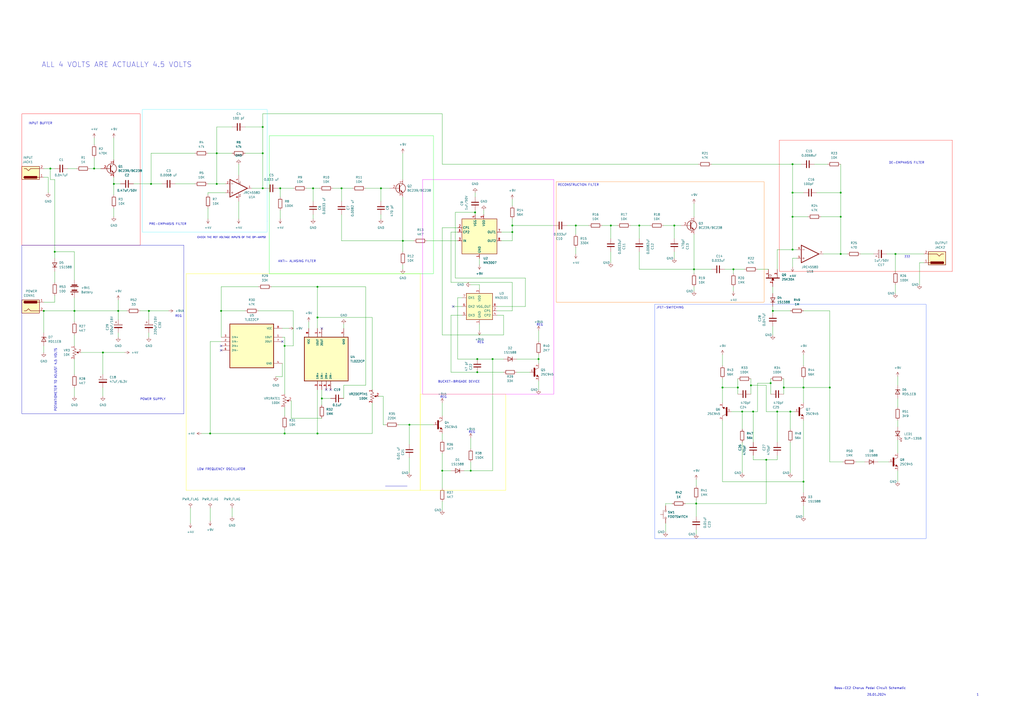
<source format=kicad_sch>
(kicad_sch (version 20230121) (generator eeschema)
  (paper "A2")
  (lib_symbols
    (symbol "2SC945:2SC945" (pin_names (offset 1.016))
      (property "Reference" "Q" (at 2.54 0.508 0))
      (property "Value" "2SC945" (at 2.54 -0.508 0))
      (symbol "2SC945_0_0"
        (pin passive line (at -2.54 0 0) (length 2.54) (name "~") (number "1"))
        (pin passive line (at 2.54 5.08 270) (length 2.54) (name "~") (number "2"))
        (pin passive line (at 2.54 -5.08 90) (length 2.54) (name "~") (number "3"))
      )
    )
    (symbol "2SK30A:2SK30A" (pin_names (offset 1.016))
      (property "Reference" "Q" (at -7.62 4.953 0))
      (property "Value" "2SK30A" (at -7.62 7.62 0))
      (symbol "2SK30A_0_0"
        (text "D" (at 0.635 0.635 0) (effects (font (size 1.524 1.524)) (justify left bottom)))
        (pin passive line (at 5.08 2.54 180) (length 5.08) (name "~") (number "1"))
        (pin passive line (at -5.08 0 0) (length 5.08) (name "~") (number "2"))
        (pin passive line (at 5.08 -2.54 180) (length 5.08) (name "~") (number "3"))
      )
    )
    (symbol "Audio:MN3007"
      (property "Reference" "U" (at -10.16 12.7 0))
      (property "Value" "MN3007" (at 10.16 -12.7 0))
      (symbol "MN3007_1_1"
        (pin power_in line (at 0 -12.7 90) (length 2.54) (name "GND") (number "1"))
        (pin input line (at -12.7 5.08 0) (length 2.54) (name "CP1") (number "2"))
        (pin input line (at -12.7 -2.54 0) (length 2.54) (name "IN") (number "3"))
        (pin power_in line (at -2.54 12.7 270) (length 2.54) (name "VGG") (number "4"))
        (pin power_in line (at 2.54 12.7 270) (length 2.54) (name "VDD") (number "5"))
        (pin input line (at -12.7 2.54 0) (length 2.54) (name "CP2") (number "6"))
        (pin output line (at 12.7 2.54 180) (length 2.54) (name "OUT1") (number "7"))
        (pin output line (at 12.7 -2.54 180) (length 2.54) (name "OUT2") (number "8"))
      )
    )
    (symbol "Connector:Jack-DC" (pin_names (offset 1.016))
      (property "Reference" "J" (at 0 5.334 0))
      (property "Value" "Jack-DC" (at 0 -5.08 0))
      (symbol "Jack-DC_1_1"
        (pin passive line (at 7.62 2.54 180) (length 2.54) (name "~") (number "1"))
        (pin passive line (at 7.62 -2.54 180) (length 2.54) (name "~") (number "2"))
      )
    )
    (symbol "Device:Battery" (pin_numbers hide) (pin_names (offset 0) hide)
      (property "Reference" "BT" (at 2.54 2.54 0))
      (property "Value" "Battery" (at 2.54 0 0))
      (symbol "Battery_1_1"
        (pin passive line (at 0 5.08 270) (length 2.54) (name "+") (number "1"))
        (pin passive line (at 0 -5.08 90) (length 2.54) (name "-") (number "2"))
      )
    )
    (symbol "Device:C" (pin_numbers hide) (pin_names (offset 0.254))
      (property "Reference" "C" (at 0.635 2.54 0))
      (property "Value" "C" (at 0.635 -2.54 0))
      (symbol "C_1_1"
        (pin passive line (at 0 3.81 270) (length 2.794) (name "~") (number "1"))
        (pin passive line (at 0 -3.81 90) (length 2.794) (name "~") (number "2"))
      )
    )
    (symbol "Device:C_Polarized" (pin_numbers hide) (pin_names (offset 0.254))
      (property "Reference" "C" (at 0.635 2.54 0))
      (property "Value" "C_Polarized" (at 0.635 -2.54 0))
      (symbol "C_Polarized_1_1"
        (pin passive line (at 0 3.81 270) (length 2.794) (name "~") (number "1"))
        (pin passive line (at 0 -3.81 90) (length 2.794) (name "~") (number "2"))
      )
    )
    (symbol "Device:D_Zener" (pin_numbers hide) (pin_names (offset 1.016) hide)
      (property "Reference" "D" (at 0 2.54 0))
      (property "Value" "D_Zener" (at 0 -2.54 0))
      (symbol "D_Zener_1_1"
        (pin passive line (at -3.81 0 0) (length 2.54) (name "K") (number "1"))
        (pin passive line (at 3.81 0 180) (length 2.54) (name "A") (number "2"))
      )
    )
    (symbol "Device:LED" (pin_numbers hide) (pin_names (offset 1.016) hide)
      (property "Reference" "D" (at 0 2.54 0))
      (property "Value" "LED" (at 0 -2.54 0))
      (symbol "LED_1_1"
        (pin passive line (at -3.81 0 0) (length 2.54) (name "K") (number "1"))
        (pin passive line (at 3.81 0 180) (length 2.54) (name "A") (number "2"))
      )
    )
    (symbol "Device:R" (pin_numbers hide) (pin_names (offset 0))
      (property "Reference" "R" (at 2.032 0 90))
      (property "Value" "R" (at 0 0 90))
      (symbol "R_1_1"
        (pin passive line (at 0 3.81 270) (length 1.27) (name "~") (number "1"))
        (pin passive line (at 0 -3.81 90) (length 1.27) (name "~") (number "2"))
      )
    )
    (symbol "Device:R_Potentiometer_US" (pin_names (offset 1.016) hide)
      (property "Reference" "RV" (at -4.445 0 90))
      (property "Value" "R_Potentiometer_US" (at -2.54 0 90))
      (symbol "R_Potentiometer_US_1_1"
        (pin passive line (at 0 3.81 270) (length 1.27) (name "1") (number "1"))
        (pin passive line (at 3.81 0 180) (length 1.27) (name "2") (number "2"))
        (pin passive line (at 0 -3.81 90) (length 1.27) (name "3") (number "3"))
      )
    )
    (symbol "Diode:1SS355VM" (pin_numbers hide) (pin_names hide)
      (property "Reference" "D" (at 0 2.54 0))
      (property "Value" "1SS355VM" (at 0 -2.54 0))
      (symbol "1SS355VM_1_1"
        (pin passive line (at -3.81 0 0) (length 2.54) (name "K") (number "1"))
        (pin passive line (at 3.81 0 180) (length 2.54) (name "A") (number "2"))
      )
    )
    (symbol "JRC4558D:JRC4558D" (pin_names (offset 1.016))
      (property "Reference" "U" (at 2.54 3.175 0))
      (property "Value" "JRC4558D" (at 2.54 -5.08 0))
      (symbol "JRC4558D_1_0"
        (text "V+" (at 1.27 3.175 900) (effects (font (size 0.8128 0.8128)) (justify left bottom)))
        (text "V-" (at 1.27 -4.445 900) (effects (font (size 0.8128 0.8128)) (justify left bottom)))
        (pin output line (at 7.62 0 180) (length 2.54) (name "~") (number "1"))
        (pin input line (at -7.62 -2.54 0) (length 2.54) (name "~") (number "2"))
        (pin input line (at -7.62 2.54 0) (length 2.54) (name "~") (number "3"))
        (pin power_in line (at 0 -7.62 90) (length 5.08) (name "~") (number "4"))
        (pin power_in line (at 0 7.62 270) (length 5.08) (name "~") (number "8"))
      )
      (symbol "JRC4558D_2_0"
        (pin input line (at -7.62 2.54 0) (length 2.54) (name "~") (number "5"))
        (pin input line (at -7.62 -2.54 0) (length 2.54) (name "~") (number "6"))
        (pin output line (at 7.62 0 180) (length 2.54) (name "~") (number "7"))
      )
    )
    (symbol "Switch:SW_Push" (pin_numbers hide) (pin_names (offset 1.016) hide)
      (property "Reference" "SW" (at 1.27 2.54 0))
      (property "Value" "SW_Push" (at 0 -1.524 0))
      (symbol "SW_Push_0_1"
        (pin passive line (at -5.08 0 0) (length 2.54) (name "1") (number "1"))
        (pin passive line (at 5.08 0 180) (length 2.54) (name "2") (number "2"))
      )
    )
    (symbol "TL022CP:TL022CP" (pin_names (offset 1.016))
      (property "Reference" "U" (at -12.7 13.7 0))
      (property "Value" "TL022CP" (at -12.7 -16.7 0))
      (symbol "TL022CP_0_0"
        (pin output line (at 17.78 5.08 180) (length 5.08) (name "1OUT") (number "1"))
        (pin input line (at -17.78 2.54 0) (length 5.08) (name "1IN-") (number "2"))
        (pin input line (at -17.78 5.08 0) (length 5.08) (name "1IN+") (number "3"))
        (pin power_in line (at 17.78 -10.16 180) (length 5.08) (name "GND") (number "4"))
        (pin input line (at -17.78 0 0) (length 5.08) (name "2IN+") (number "5"))
        (pin input line (at -17.78 -2.54 0) (length 5.08) (name "2IN-") (number "6"))
        (pin output line (at 17.78 2.54 180) (length 5.08) (name "2OUT") (number "7"))
        (pin power_in line (at 17.78 10.16 180) (length 5.08) (name "VCC") (number "8"))
      )
    )
    (symbol "Timer:MN3101" (pin_names (offset 1.016))
      (property "Reference" "U" (at -7.62 8.89 0))
      (property "Value" "MN3101" (at 5.08 8.89 0))
      (symbol "MN3101_1_1"
        (pin power_in line (at 0 -10.16 90) (length 2.54) (name "GND") (number "1"))
        (pin output line (at 10.16 -2.54 180) (length 2.54) (name "CP1") (number "2"))
        (pin power_in line (at 0 10.16 270) (length 2.54) (name "VDD") (number "3"))
        (pin output line (at 10.16 -5.08 180) (length 2.54) (name "CP2") (number "4"))
        (pin input line (at -10.16 -5.08 0) (length 2.54) (name "OX3") (number "5"))
        (pin input line (at -10.16 0 0) (length 2.54) (name "OX2") (number "6"))
        (pin input line (at -10.16 5.08 0) (length 2.54) (name "OX1") (number "7"))
        (pin power_out line (at 10.16 0 180) (length 2.54) (name "VGG_OUT") (number "8"))
      )
    )
    (symbol "Transistor_BJT:BC237" (pin_names (offset 0) hide)
      (property "Reference" "Q" (at 5.08 1.905 0))
      (property "Value" "BC237" (at 5.08 0 0))
      (symbol "BC237_1_1"
        (pin passive line (at 2.54 5.08 270) (length 2.54) (name "C") (number "1"))
        (pin input line (at -5.08 0 0) (length 5.08) (name "B") (number "2"))
        (pin passive line (at 2.54 -5.08 90) (length 2.54) (name "E") (number "3"))
      )
    )
    (symbol "power:+4V" (power) (pin_names (offset 0))
      (property "Value" "+4V" (at 0 3.556 0))
      (symbol "+4V_1_1"
        (pin power_in line (at 0 0 90) (length 0) hide (name "+4V") (number "1"))
      )
    )
    (symbol "power:+9V" (power) (pin_names (offset 0))
      (property "Value" "+9V" (at 0 3.556 0))
      (symbol "+9V_1_1"
        (pin power_in line (at 0 0 90) (length 0) hide (name "+9V") (number "1"))
      )
    )
    (symbol "power:+9VA" (power) (pin_names (offset 0))
      (property "Value" "+9VA" (at 0 3.81 0))
      (symbol "+9VA_1_1"
        (pin power_in line (at 0 0 90) (length 0) hide (name "+9VA") (number "1"))
      )
    )
    (symbol "power:GND" (power) (pin_names (offset 0))
      (property "Value" "GND" (at 0 -3.81 0))
      (symbol "GND_1_1"
        (pin power_in line (at 0 0 270) (length 0) hide (name "GND") (number "1"))
      )
    )
    (symbol "power:PWR_FLAG" (power) (pin_numbers hide) (pin_names (offset 0) hide)
      (property "Value" "PWR_FLAG" (at 0 3.81 0))
      (symbol "PWR_FLAG_0_0"
        (pin power_out line (at 0 0 90) (length 0) (name "pwr") (number "1"))
      )
    )
  )
  (junction (at 181.61 109.22))
  (junction (at 125.73 88.9))
  (junction (at 458.47 238.76))
  (junction (at 59.69 204.47))
  (junction (at 25.4 180.34))
  (junction (at 459.74 95.25))
  (junction (at 391.16 130.81))
  (junction (at 481.33 224.79))
  (junction (at 152.4 73.66))
  (junction (at 430.53 238.76))
  (junction (at 459.74 111.76))
  (junction (at 184.15 166.37))
  (junction (at 519.43 147.32))
  (junction (at 487.68 111.76))
  (junction (at 370.84 130.81))
  (junction (at 125.73 106.68))
  (junction (at 459.74 125.73))
  (junction (at 198.12 109.22))
  (junction (at 487.68 147.32))
  (junction (at 86.36 180.34))
  (junction (at 184.15 251.46))
  (junction (at 466.09 224.79))
  (junction (at 448.31 180.34))
  (junction (at 121.92 251.46))
  (junction (at 152.4 88.9))
  (junction (at 402.59 156.21))
  (junction (at 237.49 246.38))
  (junction (at 68.58 180.34))
  (junction (at 285.75 208.28))
  (junction (at 454.66 224.79))
  (junction (at 435.61 223.52))
  (junction (at 184.15 184.15))
  (junction (at 444.5 266.7))
  (junction (at 273.05 273.05))
  (junction (at 419.1 224.79))
  (junction (at 466.09 279.4))
  (junction (at 354.33 130.81))
  (junction (at 276.86 208.28))
  (junction (at 54.61 97.79))
  (junction (at 436.88 238.76))
  (junction (at 165.1 251.46))
  (junction (at 276.86 215.9))
  (junction (at 312.42 208.28))
  (junction (at 186.69 231.14))
  (junction (at 256.54 273.05))
  (junction (at 275.59 123.19))
  (junction (at 334.01 130.81))
  (junction (at 31.75 146.05))
  (junction (at 87.63 106.68))
  (junction (at 459.74 144.78))
  (junction (at 425.45 156.21))
  (junction (at 487.68 125.73))
  (junction (at 447.04 222.25))
  (junction (at 165.1 200.66))
  (junction (at 450.85 238.76))
  (junction (at 152.4 109.22))
  (junction (at 128.27 180.34))
  (junction (at 233.68 139.7))
  (junction (at 403.86 292.1))
  (junction (at 297.18 130.81))
  (junction (at 29.21 97.79))
  (junction (at 220.98 109.22))
  (junction (at 66.04 106.68))
  (junction (at 162.56 109.22))
  (junction (at 43.18 180.34))
  (junction (at 427.99 224.79))
  (junction (at 297.18 134.62))
  (no_connect (at 186.69 190.5))
  (no_connect (at 163.83 198.12))
  (no_connect (at 128.27 200.66))
  (no_connect (at 262.89 177.8))
  (no_connect (at 128.27 203.2))
  (no_connect (at 189.23 226.06))
  (no_connect (at 191.77 226.06))
  (wire (pts (xy 520.7 273.05) (xy 520.7 279.4)))
  (wire (pts (xy 297.18 130.81) (xy 321.31 130.81)))
  (wire (pts (xy 198.12 139.7) (xy 233.68 139.7)))
  (wire (pts (xy 312.42 208.28) (xy 299.72 208.28)))
  (wire (pts (xy 459.74 111.76) (xy 466.09 111.76)))
  (wire (pts (xy 403.86 289.56) (xy 403.86 292.1)))
  (wire (pts (xy 165.1 228.6) (xy 165.1 200.66)))
  (wire (pts (xy 125.73 88.9) (xy 125.73 106.68)))
  (wire (pts (xy 177.8 109.22) (xy 181.61 109.22)))
  (wire (pts (xy 370.84 156.21) (xy 402.59 156.21)))
  (wire (pts (xy 267.97 172.72) (xy 265.43 172.72)))
  (wire (pts (xy 384.81 130.81) (xy 391.16 130.81)))
  (wire (pts (xy 436.88 238.76) (xy 430.53 238.76)))
  (wire (pts (xy 425.45 156.21) (xy 425.45 158.75)))
  (wire (pts (xy 275.59 121.92) (xy 275.59 123.19)))
  (wire (pts (xy 162.56 121.92) (xy 162.56 127)))
  (wire (pts (xy 27.94 102.87) (xy 27.94 111.76)))
  (wire (pts (xy 278.13 149.86) (xy 278.13 153.67)))
  (wire (pts (xy 215.9 251.46) (xy 184.15 251.46)))
  (wire (pts (xy 87.63 88.9) (xy 87.63 106.68)))
  (wire (pts (xy 419.1 224.79) (xy 427.99 224.79)))
  (wire (pts (xy 354.33 130.81) (xy 358.14 130.81)))
  (wire (pts (xy 121.92 198.12) (xy 121.92 251.46)))
  (wire (pts (xy 86.36 193.04) (xy 86.36 195.58)))
  (wire (pts (xy 222.25 246.38) (xy 223.52 246.38)))
  (wire (pts (xy 233.68 153.67) (xy 233.68 156.21)))
  (wire (pts (xy 403.86 307.34) (xy 403.86 309.88)))
  (wire (pts (xy 152.4 109.22) (xy 153.67 109.22)))
  (wire (pts (xy 278.13 165.1) (xy 278.13 167.64)))
  (wire (pts (xy 222.25 229.87) (xy 222.25 246.38)))
  (wire (pts (xy 261.62 163.83) (xy 297.18 163.83)))
  (wire (pts (xy 448.31 189.23) (xy 448.31 194.31)))
  (wire (pts (xy 43.18 224.79) (xy 43.18 229.87)))
  (wire (pts (xy 128.27 195.58) (xy 128.27 180.34)))
  (wire (pts (xy 269.24 273.05) (xy 273.05 273.05)))
  (wire (pts (xy 247.65 139.7) (xy 265.43 139.7)))
  (wire (pts (xy 116.84 251.46) (xy 121.92 251.46)))
  (wire (pts (xy 212.09 166.37) (xy 184.15 166.37)))
  (wire (pts (xy 163.83 218.44) (xy 163.83 210.82)))
  (wire (pts (xy 278.13 187.96) (xy 278.13 191.77)))
  (wire (pts (xy 273.05 254) (xy 273.05 260.35)))
  (wire (pts (xy 292.1 194.31) (xy 292.1 182.88)))
  (wire (pts (xy 425.45 166.37) (xy 425.45 168.91)))
  (wire (pts (xy 394.97 130.81) (xy 391.16 130.81)))
  (wire (pts (xy 215.9 251.46) (xy 215.9 233.68)))
  (wire (pts (xy 186.69 242.57) (xy 168.91 242.57)))
  (wire (pts (xy 280.67 121.92) (xy 280.67 124.46)))
  (wire (pts (xy 25.4 97.79) (xy 29.21 97.79)))
  (wire (pts (xy 297.18 180.34) (xy 288.29 180.34)))
  (wire (pts (xy 436.88 264.16) (xy 436.88 266.7)))
  (wire (pts (xy 297.18 163.83) (xy 297.18 180.34)))
  (wire (pts (xy 165.1 248.92) (xy 165.1 251.46)))
  (wire (pts (xy 256.54 262.89) (xy 256.54 273.05)))
  (wire (pts (xy 261.62 273.05) (xy 256.54 273.05)))
  (wire (pts (xy 184.15 184.15) (xy 215.9 184.15)))
  (wire (pts (xy 459.74 149.86) (xy 462.28 149.86)))
  (wire (pts (xy 142.24 88.9) (xy 152.4 88.9)))
  (wire (pts (xy 402.59 166.37) (xy 402.59 168.91)))
  (wire (pts (xy 285.75 208.28) (xy 292.1 208.28)))
  (wire (pts (xy 264.16 123.19) (xy 275.59 123.19)))
  (wire (pts (xy 54.61 80.01) (xy 54.61 83.82)))
  (wire (pts (xy 448.31 180.34) (xy 448.31 181.61)))
  (wire (pts (xy 220.98 124.46) (xy 220.98 127)))
  (wire (pts (xy 292.1 182.88) (xy 288.29 182.88)))
  (wire (pts (xy 439.42 156.21) (xy 445.77 156.21)))
  (wire (pts (xy 444.5 266.7) (xy 444.5 292.1)))
  (wire (pts (xy 120.65 106.68) (xy 125.73 106.68)))
  (wire (pts (xy 219.71 229.87) (xy 222.25 229.87)))
  (wire (pts (xy 520.7 218.44) (xy 520.7 223.52)))
  (wire (pts (xy 110.49 294.64) (xy 110.49 303.53)))
  (wire (pts (xy 391.16 146.05) (xy 391.16 149.86)))
  (wire (pts (xy 466.09 180.34) (xy 481.33 180.34)))
  (wire (pts (xy 261.62 182.88) (xy 261.62 215.9)))
  (wire (pts (xy 487.68 147.32) (xy 487.68 125.73)))
  (wire (pts (xy 439.42 222.25) (xy 439.42 238.76)))
  (wire (pts (xy 312.42 208.28) (xy 312.42 210.82)))
  (wire (pts (xy 435.61 219.71) (xy 435.61 223.52)))
  (wire (pts (xy 152.4 66.04) (xy 152.4 73.66)))
  (wire (pts (xy 25.4 102.87) (xy 27.94 102.87)))
  (wire (pts (xy 101.6 106.68) (xy 113.03 106.68)))
  (wire (pts (xy 488.95 267.97) (xy 481.33 267.97)))
  (wire (pts (xy 419.1 243.84) (xy 419.1 279.4)))
  (wire (pts (xy 391.16 130.81) (xy 391.16 138.43)))
  (wire (pts (xy 419.1 224.79) (xy 419.1 233.68)))
  (wire (pts (xy 450.85 266.7) (xy 450.85 264.16)))
  (wire (pts (xy 472.44 95.25) (xy 480.06 95.25)))
  (wire (pts (xy 29.21 97.79) (xy 31.75 97.79)))
  (wire (pts (xy 412.75 95.25) (xy 459.74 95.25)))
  (wire (pts (xy 199.39 187.96) (xy 199.39 190.5)))
  (wire (pts (xy 290.83 139.7) (xy 297.18 139.7)))
  (wire (pts (xy 43.18 162.56) (xy 43.18 146.05)))
  (wire (pts (xy 386.08 292.1) (xy 389.89 292.1)))
  (wire (pts (xy 519.43 147.32) (xy 535.94 147.32)))
  (wire (pts (xy 134.62 294.64) (xy 134.62 299.72)))
  (wire (pts (xy 435.61 223.52) (xy 435.61 228.6)))
  (wire (pts (xy 31.75 146.05) (xy 31.75 104.14)))
  (wire (pts (xy 179.07 186.69) (xy 179.07 190.5)))
  (wire (pts (xy 354.33 146.05) (xy 354.33 152.4)))
  (wire (pts (xy 231.14 246.38) (xy 237.49 246.38)))
  (wire (pts (xy 54.61 97.79) (xy 58.42 97.79)))
  (wire (pts (xy 215.9 184.15) (xy 215.9 226.06)))
  (wire (pts (xy 430.53 256.54) (xy 430.53 274.32)))
  (wire (pts (xy 149.86 180.34) (xy 170.18 180.34)))
  (wire (pts (xy 66.04 102.87) (xy 66.04 106.68)))
  (wire (pts (xy 276.86 208.28) (xy 285.75 208.28)))
  (wire (pts (xy 29.21 104.14) (xy 29.21 97.79)))
  (wire (pts (xy 68.58 185.42) (xy 68.58 180.34)))
  (wire (pts (xy 165.1 236.22) (xy 165.1 241.3)))
  (wire (pts (xy 237.49 246.38) (xy 237.49 257.81)))
  (wire (pts (xy 447.04 219.71) (xy 447.04 222.25)))
  (wire (pts (xy 256.54 66.04) (xy 152.4 66.04)))
  (wire (pts (xy 477.52 147.32) (xy 487.68 147.32)))
  (wire (pts (xy 444.5 238.76) (xy 450.85 238.76)))
  (wire (pts (xy 458.47 238.76) (xy 461.01 238.76)))
  (wire (pts (xy 31.75 175.26) (xy 31.75 171.45)))
  (wire (pts (xy 476.25 125.73) (xy 487.68 125.73)))
  (wire (pts (xy 365.76 130.81) (xy 370.84 130.81)))
  (wire (pts (xy 466.09 279.4) (xy 466.09 243.84)))
  (wire (pts (xy 267.97 182.88) (xy 261.62 182.88)))
  (wire (pts (xy 113.03 88.9) (xy 87.63 88.9)))
  (wire (pts (xy 237.49 265.43) (xy 237.49 274.32)))
  (wire (pts (xy 514.35 147.32) (xy 519.43 147.32)))
  (wire (pts (xy 466.09 293.37) (xy 466.09 299.72)))
  (wire (pts (xy 128.27 198.12) (xy 121.92 198.12)))
  (wire (pts (xy 256.54 233.68) (xy 256.54 241.3)))
  (wire (pts (xy 459.74 144.78) (xy 462.28 144.78)))
  (wire (pts (xy 256.54 251.46) (xy 256.54 255.27)))
  (wire (pts (xy 448.31 180.34) (xy 458.47 180.34)))
  (wire (pts (xy 87.63 106.68) (xy 93.98 106.68)))
  (wire (pts (xy 128.27 180.34) (xy 142.24 180.34)))
  (wire (pts (xy 520.7 255.27) (xy 520.7 262.89)))
  (wire (pts (xy 128.27 166.37) (xy 128.27 180.34)))
  (wire (pts (xy 419.1 279.4) (xy 466.09 279.4)))
  (wire (pts (xy 68.58 173.99) (xy 68.58 180.34)))
  (wire (pts (xy 68.58 180.34) (xy 73.66 180.34)))
  (wire (pts (xy 304.8 161.29) (xy 264.16 161.29)))
  (wire (pts (xy 273.05 165.1) (xy 278.13 165.1)))
  (wire (pts (xy 39.37 97.79) (xy 44.45 97.79)))
  (wire (pts (xy 519.43 157.48) (xy 519.43 147.32)))
  (wire (pts (xy 459.74 154.94) (xy 459.74 149.86)))
  (wire (pts (xy 487.68 111.76) (xy 487.68 95.25)))
  (wire (pts (xy 427.99 224.79) (xy 427.99 228.6)))
  (wire (pts (xy 520.7 243.84) (xy 520.7 247.65)))
  (wire (pts (xy 370.84 130.81) (xy 377.19 130.81)))
  (wire (pts (xy 458.47 256.54) (xy 458.47 274.32)))
  (wire (pts (xy 233.68 114.3) (xy 233.68 139.7)))
  (wire (pts (xy 496.57 267.97) (xy 501.65 267.97)))
  (wire (pts (xy 170.18 180.34) (xy 170.18 200.66)))
  (wire (pts (xy 186.69 231.14) (xy 186.69 234.95)))
  (wire (pts (xy 405.13 95.25) (xy 256.54 95.25)))
  (wire (pts (xy 125.73 106.68) (xy 130.81 106.68)))
  (wire (pts (xy 435.61 223.52) (xy 444.5 223.52)))
  (wire (pts (xy 454.66 219.71) (xy 454.66 224.79)))
  (wire (pts (xy 459.74 95.25) (xy 459.74 111.76)))
  (wire (pts (xy 444.5 292.1) (xy 403.86 292.1)))
  (wire (pts (xy 199.39 223.52) (xy 212.09 223.52)))
  (wire (pts (xy 81.28 180.34) (xy 86.36 180.34)))
  (wire (pts (xy 448.31 166.37) (xy 448.31 170.18)))
  (wire (pts (xy 149.86 166.37) (xy 128.27 166.37)))
  (wire (pts (xy 157.48 166.37) (xy 184.15 166.37)))
  (wire (pts (xy 43.18 172.72) (xy 43.18 180.34)))
  (wire (pts (xy 59.69 204.47) (xy 59.69 217.17)))
  (wire (pts (xy 288.29 177.8) (xy 304.8 177.8)))
  (wire (pts (xy 450.85 238.76) (xy 458.47 238.76)))
  (wire (pts (xy 43.18 180.34) (xy 43.18 186.69)))
  (wire (pts (xy 25.4 180.34) (xy 43.18 180.34)))
  (wire (pts (xy 312.42 220.98) (xy 312.42 226.06)))
  (wire (pts (xy 273.05 267.97) (xy 273.05 273.05)))
  (wire (pts (xy 424.18 238.76) (xy 430.53 238.76)))
  (wire (pts (xy 297.18 115.57) (xy 297.18 119.38)))
  (wire (pts (xy 273.05 273.05) (xy 285.75 273.05)))
  (wire (pts (xy 533.4 165.1) (xy 533.4 152.4)))
  (wire (pts (xy 334.01 143.51) (xy 334.01 147.32)))
  (wire (pts (xy 466.09 279.4) (xy 466.09 285.75)))
  (wire (pts (xy 419.1 205.74) (xy 419.1 212.09)))
  (wire (pts (xy 459.74 111.76) (xy 459.74 125.73)))
  (wire (pts (xy 487.68 147.32) (xy 491.49 147.32)))
  (wire (pts (xy 120.65 111.76) (xy 120.65 113.03)))
  (wire (pts (xy 170.18 200.66) (xy 165.1 200.66)))
  (wire (pts (xy 120.65 120.65) (xy 120.65 127)))
  (wire (pts (xy 454.66 224.79) (xy 466.09 224.79)))
  (wire (pts (xy 212.09 223.52) (xy 212.09 166.37)))
  (wire (pts (xy 186.69 231.14) (xy 186.69 226.06)))
  (wire (pts (xy 304.8 177.8) (xy 304.8 161.29)))
  (wire (pts (xy 354.33 130.81) (xy 354.33 138.43)))
  (wire (pts (xy 454.66 224.79) (xy 454.66 228.6)))
  (wire (pts (xy 25.4 180.34) (xy 25.4 193.04)))
  (wire (pts (xy 163.83 190.5) (xy 167.64 190.5)))
  (wire (pts (xy 261.62 215.9) (xy 276.86 215.9)))
  (wire (pts (xy 125.73 88.9) (xy 134.62 88.9)))
  (wire (pts (xy 66.04 80.01) (xy 66.04 92.71)))
  (wire (pts (xy 370.84 146.05) (xy 370.84 156.21)))
  (wire (pts (xy 220.98 109.22) (xy 226.06 109.22)))
  (wire (pts (xy 297.18 139.7) (xy 297.18 134.62)))
  (wire (pts (xy 466.09 205.74) (xy 466.09 212.09)))
  (wire (pts (xy 459.74 125.73) (xy 468.63 125.73)))
  (wire (pts (xy 261.62 134.62) (xy 265.43 134.62)))
  (wire (pts (xy 436.88 238.76) (xy 439.42 238.76)))
  (wire (pts (xy 165.1 195.58) (xy 163.83 195.58)))
  (wire (pts (xy 152.4 109.22) (xy 152.4 88.9)))
  (wire (pts (xy 233.68 88.9) (xy 233.68 104.14)))
  (wire (pts (xy 509.27 267.97) (xy 515.62 267.97)))
  (wire (pts (xy 138.43 116.84) (xy 138.43 127)))
  (wire (pts (xy 262.89 177.8) (xy 267.97 177.8)))
  (wire (pts (xy 165.1 251.46) (xy 184.15 251.46)))
  (wire (pts (xy 533.4 152.4) (xy 535.94 152.4)))
  (wire (pts (xy 403.86 278.13) (xy 403.86 281.94)))
  (wire (pts (xy 481.33 267.97) (xy 481.33 224.79)))
  (wire (pts (xy 256.54 273.05) (xy 256.54 283.21)))
  (wire (pts (xy 142.24 73.66) (xy 152.4 73.66)))
  (wire (pts (xy 275.59 123.19) (xy 275.59 124.46)))
  (wire (pts (xy 220.98 116.84) (xy 220.98 109.22)))
  (wire (pts (xy 125.73 73.66) (xy 125.73 88.9)))
  (wire (pts (xy 121.92 294.64) (xy 121.92 302.26)))
  (wire (pts (xy 447.04 222.25) (xy 447.04 228.6)))
  (wire (pts (xy 31.75 149.86) (xy 31.75 146.05)))
  (wire (pts (xy 59.69 224.79) (xy 59.69 229.87)))
  (wire (pts (xy 162.56 109.22) (xy 162.56 114.3)))
  (wire (pts (xy 161.29 109.22) (xy 162.56 109.22)))
  (wire (pts (xy 25.4 175.26) (xy 31.75 175.26)))
  (wire (pts (xy 436.88 238.76) (xy 436.88 256.54)))
  (wire (pts (xy 499.11 147.32) (xy 506.73 147.32)))
  (wire (pts (xy 198.12 109.22) (xy 198.12 116.84)))
  (wire (pts (xy 466.09 224.79) (xy 481.33 224.79)))
  (wire (pts (xy 430.53 238.76) (xy 430.53 248.92)))
  (wire (pts (xy 181.61 109.22) (xy 185.42 109.22)))
  (wire (pts (xy 77.47 106.68) (xy 87.63 106.68)))
  (wire (pts (xy 199.39 231.14) (xy 199.39 223.52)))
  (wire (pts (xy 312.42 191.77) (xy 312.42 198.12)))
  (wire (pts (xy 66.04 120.65) (xy 66.04 125.73)))
  (wire (pts (xy 256.54 194.31) (xy 292.1 194.31)))
  (wire (pts (xy 256.54 95.25) (xy 256.54 66.04)))
  (wire (pts (xy 299.72 215.9) (xy 307.34 215.9)))
  (wire (pts (xy 444.5 266.7) (xy 450.85 266.7)))
  (wire (pts (xy 198.12 124.46) (xy 198.12 139.7)))
  (wire (pts (xy 261.62 134.62) (xy 261.62 163.83)))
  (wire (pts (xy 31.75 104.14) (xy 29.21 104.14)))
  (wire (pts (xy 163.83 218.44) (xy 160.02 218.44)))
  (wire (pts (xy 487.68 125.73) (xy 487.68 111.76)))
  (wire (pts (xy 152.4 88.9) (xy 152.4 73.66)))
  (wire (pts (xy 52.07 97.79) (xy 54.61 97.79)))
  (wire (pts (xy 120.65 88.9) (xy 125.73 88.9)))
  (wire (pts (xy 397.51 292.1) (xy 403.86 292.1)))
  (wire (pts (xy 31.75 157.48) (xy 31.75 163.83)))
  (wire (pts (xy 297.18 130.81) (xy 297.18 127)))
  (wire (pts (xy 290.83 134.62) (xy 297.18 134.62)))
  (wire (pts (xy 121.92 251.46) (xy 165.1 251.46)))
  (wire (pts (xy 402.59 156.21) (xy 402.59 158.75)))
  (wire (pts (xy 481.33 180.34) (xy 481.33 224.79)))
  (wire (pts (xy 54.61 91.44) (xy 54.61 97.79)))
  (wire (pts (xy 43.18 194.31) (xy 43.18 200.66)))
  (wire (pts (xy 86.36 180.34) (xy 97.79 180.34)))
  (wire (pts (xy 403.86 292.1) (xy 403.86 299.72)))
  (wire (pts (xy 349.25 130.81) (xy 354.33 130.81)))
  (wire (pts (xy 473.71 111.76) (xy 487.68 111.76)))
  (wire (pts (xy 370.84 130.81) (xy 370.84 138.43)))
  (wire (pts (xy 285.75 208.28) (xy 285.75 273.05)))
  (wire (pts (xy 450.85 238.76) (xy 450.85 256.54)))
  (wire (pts (xy 264.16 161.29) (xy 264.16 123.19)))
  (wire (pts (xy 256.54 290.83) (xy 256.54 295.91)))
  (wire (pts (xy 66.04 113.03) (xy 66.04 106.68)))
  (wire (pts (xy 184.15 166.37) (xy 184.15 184.15)))
  (wire (pts (xy 402.59 156.21) (xy 412.75 156.21)))
  (wire (pts (xy 134.62 73.66) (xy 125.73 73.66)))
  (wire (pts (xy 68.58 180.34) (xy 43.18 180.34)))
  (wire (pts (xy 138.43 95.25) (xy 138.43 101.6)))
  (wire (pts (xy 427.99 219.71) (xy 427.99 224.79)))
  (wire (pts (xy 265.43 132.08) (xy 256.54 132.08)))
  (wire (pts (xy 265.43 208.28) (xy 276.86 208.28)))
  (wire (pts (xy 402.59 118.11) (xy 402.59 125.73)))
  (wire (pts (xy 436.88 266.7) (xy 444.5 266.7)))
  (wire (pts (xy 265.43 172.72) (xy 265.43 208.28)))
  (wire (pts (xy 297.18 134.62) (xy 297.18 130.81)))
  (wire (pts (xy 120.65 111.76) (xy 130.81 111.76)))
  (wire (pts (xy 386.08 293.37) (xy 386.08 292.1)))
  (wire (pts (xy 519.43 165.1) (xy 519.43 170.18)))
  (wire (pts (xy 447.04 222.25) (xy 439.42 222.25)))
  (wire (pts (xy 312.42 205.74) (xy 312.42 208.28)))
  (wire (pts (xy 181.61 124.46) (xy 181.61 127)))
  (wire (pts (xy 334.01 130.81) (xy 334.01 135.89)))
  (wire (pts (xy 25.4 200.66) (xy 25.4 204.47)))
  (wire (pts (xy 459.74 95.25) (xy 464.82 95.25)))
  (wire (pts (xy 520.7 231.14) (xy 520.7 236.22)))
  (wire (pts (xy 233.68 139.7) (xy 233.68 146.05)))
  (wire (pts (xy 425.45 156.21) (xy 431.8 156.21)))
  (wire (pts (xy 328.93 130.81) (xy 334.01 130.81)))
  (wire (pts (xy 233.68 139.7) (xy 240.03 139.7)))
  (wire (pts (xy 444.5 223.52) (xy 444.5 238.76)))
  (wire (pts (xy 466.09 224.79) (xy 466.09 233.68)))
  (wire (pts (xy 334.01 130.81) (xy 341.63 130.81)))
  (wire (pts (xy 168.91 242.57) (xy 168.91 232.41)))
  (wire (pts (xy 184.15 190.5) (xy 184.15 184.15)))
  (wire (pts (xy 86.36 185.42) (xy 86.36 180.34)))
  (wire (pts (xy 198.12 109.22) (xy 204.47 109.22)))
  (wire (pts (xy 458.47 238.76) (xy 458.47 248.92)))
  (wire (pts (xy 256.54 132.08) (xy 256.54 194.31)))
  (wire (pts (xy 450.85 156.21) (xy 450.85 144.78)))
  (wire (pts (xy 448.31 177.8) (xy 448.31 180.34)))
  (wire (pts (xy 46.99 204.47) (xy 59.69 204.47)))
  (wire (pts (xy 162.56 109.22) (xy 170.18 109.22)))
  (wire (pts (xy 165.1 200.66) (xy 165.1 195.58)))
  (wire (pts (xy 59.69 204.47) (xy 72.39 204.47)))
  (wire (pts (xy 276.86 215.9) (xy 292.1 215.9)))
  (wire (pts (xy 220.98 109.22) (xy 212.09 109.22)))
  (wire (pts (xy 419.1 219.71) (xy 419.1 224.79)))
  (wire (pts (xy 68.58 193.04) (xy 68.58 195.58)))
  (wire (pts (xy 181.61 109.22) (xy 181.61 116.84)))
  (wire (pts (xy 402.59 156.21) (xy 402.59 135.89)))
  (wire (pts (xy 466.09 224.79) (xy 466.09 219.71)))
  (wire (pts (xy 146.05 109.22) (xy 152.4 109.22)))
  (wire (pts (xy 275.59 111.76) (xy 275.59 114.3)))
  (wire (pts (xy 386.08 303.53) (xy 386.08 308.61)))
  (wire (pts (xy 459.74 125.73) (xy 459.74 144.78)))
  (wire (pts (xy 184.15 226.06) (xy 184.15 251.46)))
  (wire (pts (xy 420.37 156.21) (xy 425.45 156.21)))
  (wire (pts (xy 193.04 109.22) (xy 198.12 109.22)))
  (wire (pts (xy 191.77 231.14) (xy 186.69 231.14)))
  (wire (pts (xy 43.18 208.28) (xy 43.18 217.17)))
  (wire (pts (xy 450.85 144.78) (xy 459.74 144.78)))
  (wire (pts (xy 237.49 246.38) (xy 251.46 246.38)))
  (wire (pts (xy 43.18 146.05) (xy 31.75 146.05)))
  (wire (pts (xy 66.04 106.68) (xy 69.85 106.68)))
  (rectangle (start 12.7 142.24) (end 106.68 240.03))
  (rectangle (start 452.12 81.28) (end 552.45 157.48) (stroke (width 0) (color 255 15 8 1)))
  (rectangle (start 12.7 66.04) (end 81.28 142.24) (stroke (width 0) (color 255 0 8 1)))
  (rectangle (start 154.94 128.27) (end 154.94 128.27))
  (rectangle (start 243.84 228.6) (end 293.37 284.48) (stroke (width 0) (color 255 254 13 1)))
  (rectangle (start 245.11 104.14) (end 321.31 228.6) (stroke (width 0) (color 247 0 255 1)))
  (rectangle (start 82.55 63.5) (end 154.94 134.62) (stroke (width 0) (color 75 242 255 1)))
  (rectangle (start 107.95 158.75) (end 243.84 284.48) (stroke (width 0) (color 254 255 19 1)))
  (rectangle (start 223.52 281.94) (end 236.22 281.94))
  (rectangle (start 156.21 78.74) (end 251.46 158.75) (stroke (width 0) (color 20 255 38 1)))
  (text_box "JFET-SWITCHING\n" (at 379.73 176.53 0) (size 157.48 135.89) (stroke (width 0) (color 48 93 255 1)) (effects (font (size 1.27 1.27)) (justify left top)))
  (text_box "RECONSTRUCTION FILTER\n" (at 322.58 105.41 0) (size 120.65 69.85) (stroke (width 0) (color 255 123 10 1)) (effects (font (size 1.27 1.27)) (justify left top)))
  (text "REG" (at 255.27 231.14 0) (effects (font (size 1.27 1.27)) (justify left bottom)))
  (text "POTANTIOMETER TO ADJUST 4.5 VOLTS \n" (at 33.02 238.76 90) (effects (font (size 1.27 1.27)) (justify left bottom)))
  (text "ANTI- ALIASING FILTER\n" (at 161.29 152.4 0) (effects (font (size 1.27 1.27)) (justify left bottom)))
  (text "ALL 4 VOLTS ARE ACTUALLY 4.5 VOLTS\n" (at 24.13 39.37 0) (effects (font (size 3 3)) (justify left bottom)))
  (text "DE-EMPHASIS FILTER\n" (at 515.62 95.25 0) (effects (font (size 1.27 1.27)) (justify left bottom)))
  (text "BUCKET-BRIGADE DEVICE\n" (at 254 222.25 0) (effects (font (size 1.27 1.27)) (justify left bottom)))
  (text "PRE-EMPHASIS FILTER\n" (at 86.36 130.81 0) (effects (font (size 1.27 1.27)) (justify left bottom)))
  (text "Boss-CE2 Chorus Pedal Circuit Schematic\n" (at 483.87 400.05 0) (effects (font (size 1.27 1.27)) (justify left bottom)))
  (text "REG" (at 271.78 251.46 0) (effects (font (size 1.27 1.27)) (justify left bottom)))
  (text "INPUT BUFFER\n" (at 16.51 72.39 0) (effects (font (size 1.27 1.27)) (justify left bottom)))
  (text "???" (at 524.51 149.86 0) (effects (font (size 1.27 1.27)) (justify left bottom)))
  (text "20.01.2024\n" (at 502.92 403.86 0) (effects (font (size 1.27 1.27)) (justify left bottom)))
  (text "POWER SUPPLY" (at 81.28 232.41 0) (effects (font (size 1.27 1.27)) (justify left bottom)))
  (text "LOW FREQUENCY OSCILLATOR\n" (at 114.3 273.05 0) (effects (font (size 1.27 1.27)) (justify left bottom)))
  (text "REG" (at 311.15 189.23 0) (effects (font (size 1.27 1.27)) (justify left bottom)))
  (text "CHECK THE REF VOLTAGE INPUTS OF THE OP-AMPS!\n" (at 114.3 138.43 0) (effects (font (size 1 1)) (justify left bottom)))
  (text "REG" (at 101.6 184.15 0) (effects (font (size 1.27 1.27)) (justify left bottom)))
  (text "1\n" (at 566.42 403.86 0) (effects (font (size 1.27 1.27)) (justify left bottom)))
  (text "REG" (at 276.86 199.39 0) (effects (font (size 1.27 1.27)) (justify left bottom)))
  (symbol (lib_id "Device:R") (at 77.47 180.34 90) (unit 1)
    (property "Reference" "R52" (at 77.47 173.99 90))
    (property "Value" "33" (at 77.47 176.53 90))
    (property "Footprint" "Resistor_THT:R_Axial_DIN0204_L3.6mm_D1.6mm_P5.08mm_Horizontal" (effects hide))
  )
  (symbol (lib_id "Device:R_Potentiometer_US") (at 165.1 232.41 0) (unit 1)
    (property "Reference" "VR1RATE1" (at 162.56 231.14 0) (effects (justify right)))
    (property "Value" "100K" (at 162.56 233.68 0) (effects (justify right)))
    (property "Footprint" "Potentiometer_THT:Potentiometer_ACP_CA6-H2,5_Horizontal" (effects hide))
  )
  (symbol (lib_id "Device:R") (at 361.95 130.81 90) (unit 1)
    (property "Reference" "R17" (at 361.95 124.46 90))
    (property "Value" "10K" (at 361.95 127 90))
    (property "Footprint" "Resistor_THT:R_Axial_DIN0204_L3.6mm_D1.6mm_P5.08mm_Horizontal" (effects hide))
  )
  (symbol (lib_id "power:+9V") (at 167.64 190.5 270) (unit 1)
    (property "Reference" "#PWR056" (effects hide))
    (property "Value" "+9V" (at 171.45 190.5 90) (effects (justify left)))
  )
  (symbol (lib_id "power:GND") (at 275.59 111.76 180) (unit 1)
    (property "Reference" "#PWR024" (effects hide))
    (property "Value" "GND" (at 275.59 106.68 0))
  )
  (symbol (lib_id "power:+4V") (at 54.61 80.01 0) (unit 1)
    (property "Reference" "#PWR04" (effects hide))
    (property "Value" "+4V" (at 54.61 74.93 0))
  )
  (symbol (lib_id "Timer:MN3101") (at 278.13 177.8 0) (unit 1)
    (property "Reference" "U3" (at 289.56 170.18 0) (effects (justify left)))
    (property "Value" "MN3101" (at 287.02 172.72 0) (effects (justify left)))
    (property "Footprint" "Package_DIP:DIP-8_W7.62mm" (effects hide))
    (property "Datasheet" "http://www.experimentalistsanonymous.com/diy/Datasheets/MN3101.pdf" (effects hide))
  )
  (symbol (lib_id "Diode:1SS355VM") (at 295.91 208.28 180) (unit 1)
    (property "Reference" "D2" (at 295.91 201.93 0))
    (property "Value" "1S1588" (at 295.91 204.47 0))
    (property "Footprint" "Diode_SMD:D_SOD-323F" (effects hide))
    (property "Datasheet" "https://fscdn.rohm.com/en/products/databook/datasheet/discrete/diode/switching/1ss355vmte-17-e.pdf" (effects hide))
    (property "Sim.Device" "D" (effects hide))
    (property "Sim.Pins" "1=K 2=A" (effects hide))
  )
  (symbol (lib_id "Device:R") (at 458.47 252.73 0) (unit 1)
    (property "Reference" "R48" (at 461.01 251.46 0) (effects (justify left)))
    (property "Value" "56k" (at 461.01 254 0) (effects (justify left)))
    (property "Footprint" "Resistor_THT:R_Axial_DIN0204_L3.6mm_D1.6mm_P5.08mm_Horizontal" (effects hide))
  )
  (symbol (lib_id "power:GND") (at 237.49 274.32 0) (unit 1)
    (property "Reference" "#PWR032" (effects hide))
    (property "Value" "GND" (at 234.95 274.32 0))
  )
  (symbol (lib_id "Device:C") (at 275.59 118.11 180) (unit 1)
    (property "Reference" "C9" (at 267.97 119.38 90) (effects (justify right)))
    (property "Value" "1uF/50V" (at 270.51 121.92 90) (effects (justify right)))
    (property "Footprint" "Capacitor_THT:CP_Radial_D5.0mm_P2.50mm" (effects hide))
  )
  (symbol (lib_id "power:+9V") (at 419.1 205.74 0) (unit 1)
    (property "Reference" "#PWR046" (effects hide))
    (property "Value" "+9V" (at 419.1 200.66 0))
  )
  (symbol (lib_id "Device:R") (at 450.85 219.71 270) (unit 1)
    (property "Reference" "R34" (at 450.85 213.36 90))
    (property "Value" "100K" (at 450.85 215.9 90))
    (property "Footprint" "Resistor_THT:R_Axial_DIN0204_L3.6mm_D1.6mm_P5.08mm_Horizontal" (effects hide))
  )
  (symbol (lib_id "Device:R") (at 208.28 109.22 90) (unit 1)
    (property "Reference" "R11" (at 208.28 102.87 90))
    (property "Value" "10K" (at 208.28 105.41 90))
    (property "Footprint" "Resistor_THT:R_Axial_DIN0204_L3.6mm_D1.6mm_P5.08mm_Horizontal" (effects hide))
  )
  (symbol (lib_id "Device:C") (at 198.12 120.65 180) (unit 1)
    (property "Reference" "C7" (at 201.93 121.92 90) (effects (justify right)))
    (property "Value" "0.0082 uF" (at 204.47 125.73 90) (effects (justify right)))
    (property "Footprint" "Capacitor_THT:CP_Radial_D5.0mm_P2.50mm" (effects hide))
  )
  (symbol (lib_id "power:GND") (at 280.67 121.92 180) (unit 1)
    (property "Reference" "#PWR021" (effects hide))
    (property "Value" "GND" (at 280.67 116.84 0))
  )
  (symbol (lib_id "power:GND") (at 386.08 308.61 0) (unit 1)
    (property "Reference" "#PWR044" (effects hide))
    (property "Value" "GND" (at 383.54 308.61 0))
  )
  (symbol (lib_id "Device:C") (at 450.85 228.6 270) (unit 1)
    (property "Reference" "C25" (at 452.12 236.22 90) (effects (justify right)))
    (property "Value" "470pF" (at 454.66 233.68 90) (effects (justify right)))
    (property "Footprint" "Capacitor_THT:CP_Radial_D5.0mm_P2.50mm" (effects hide))
  )
  (symbol (lib_id "power:GND") (at 59.69 229.87 0) (unit 1)
    (property "Reference" "#PWR011" (effects hide))
    (property "Value" "GND" (at 59.69 234.95 0))
  )
  (symbol (lib_id "TL022CP:TL022CP") (at 189.23 208.28 90) (unit 1)
    (property "Reference" "U4" (at 203.2 207.01 90) (effects (justify right)))
    (property "Value" "TL022CP" (at 203.2 209.55 90) (effects (justify right)))
    (property "Footprint" "TL022CP:DIP794W45P254L959H508Q8" (effects hide))
    (property "MF" "Texas Instruments" (effects hide))
    (property "Description" "\nDual, 30-V, 500-kHz operational amplifier\n" (effects hide))
    (property "Package" "PDIP-8 Texas" (effects hide))
    (property "Price" "None" (effects hide))
    (property "SnapEDA_Link" "https://www.snapeda.com/parts/TL022CP/Texas+Instruments/view-part/?ref=snap" (effects hide))
    (property "MP" "TL022CP" (effects hide))
    (property "Purchase-URL" "https://www.snapeda.com/api/url_track_click_mouser/?unipart_id=1210076&manufacturer=Texas Instruments&part_name=TL022CP&search_term=tl022" (effects hide))
    (property "Availability" "In Stock" (effects hide))
    (property "Check_prices" "https://www.snapeda.com/parts/TL022CP/Texas+Instruments/view-part/?ref=eda" (effects hide))
  )
  (symbol (lib_id "JRC4558D:JRC4558D") (at 469.9 147.32 0) (mirror x) (unit 2)
    (property "Reference" "U1" (at 469.9 157.48 0))
    (property "Value" "JRC4558D" (at 469.9 154.94 0))
    (property "Footprint" "Package_DIP:DIP-8_W10.16mm" (effects hide))
    (property "MF" "New Japan Radio" (effects hide))
    (property "Description" "\nDip8\n" (effects hide))
    (property "Package" "DIP-8 New Japan Radio" (effects hide))
    (property "Price" "None" (effects hide))
    (property "Check_prices" "https://www.snapeda.com/parts/JRC4558D/New+Japan+Radio/view-part/?ref=eda" (effects hide))
    (property "STANDARD" "IPC7251" (effects hide))
    (property "SnapEDA_Link" "https://www.snapeda.com/parts/JRC4558D/New+Japan+Radio/view-part/?ref=snap" (effects hide))
    (property "MP" "JRC4558D" (effects hide))
    (property "Availability" "Not in stock" (effects hide))
    (property "MANUFACTURER" "JRC" (effects hide))
  )
  (symbol (lib_id "Device:R") (at 173.99 109.22 90) (unit 1)
    (property "Reference" "R9" (at 173.99 102.87 90))
    (property "Value" "10K" (at 173.99 105.41 90))
    (property "Footprint" "Resistor_THT:R_Axial_DIN0204_L3.6mm_D1.6mm_P5.08mm_Horizontal" (effects hide))
  )
  (symbol (lib_id "Device:R") (at 431.8 219.71 270) (unit 1)
    (property "Reference" "R33" (at 431.8 213.36 90))
    (property "Value" "100K" (at 431.8 215.9 90))
    (property "Footprint" "Resistor_THT:R_Axial_DIN0204_L3.6mm_D1.6mm_P5.08mm_Horizontal" (effects hide))
  )
  (symbol (lib_id "power:+9V") (at 278.13 153.67 180) (unit 1)
    (property "Reference" "#PWR022" (effects hide))
    (property "Value" "+9V" (at 278.13 158.75 0))
  )
  (symbol (lib_id "power:+9VA") (at 278.13 191.77 180) (unit 1)
    (property "Reference" "#PWR027" (effects hide))
    (property "Value" "+9VA" (at 278.13 196.85 0))
  )
  (symbol (lib_id "power:+4V") (at 162.56 127 180) (unit 1)
    (property "Reference" "#PWR07" (effects hide))
    (property "Value" "+4V" (at 162.56 132.08 0))
  )
  (symbol (lib_id "power:GND") (at 458.47 274.32 0) (unit 1)
    (property "Reference" "#PWR047" (effects hide))
    (property "Value" "GND" (at 455.93 274.32 0))
  )
  (symbol (lib_id "power:GND") (at 86.36 195.58 0) (unit 1)
    (property "Reference" "#PWR014" (effects hide))
    (property "Value" "GND" (at 86.36 200.66 0))
  )
  (symbol (lib_id "power:+4V") (at 72.39 204.47 270) (unit 1)
    (property "Reference" "#PWR010" (effects hide))
    (property "Value" "+4V" (at 76.2 204.47 90) (effects (justify left)))
  )
  (symbol (lib_id "Device:R") (at 483.87 95.25 270) (unit 1)
    (property "Reference" "R23" (at 483.87 88.9 90))
    (property "Value" "10K" (at 483.87 91.44 90))
    (property "Footprint" "Resistor_THT:R_Axial_DIN0204_L3.6mm_D1.6mm_P5.08mm_Horizontal" (effects hide))
  )
  (symbol (lib_id "Device:R") (at 419.1 215.9 0) (unit 1)
    (property "Reference" "R43" (at 421.64 214.63 0) (effects (justify left)))
    (property "Value" "56K" (at 421.64 217.17 0) (effects (justify left)))
    (property "Footprint" "Resistor_THT:R_Axial_DIN0204_L3.6mm_D1.6mm_P5.08mm_Horizontal" (effects hide))
  )
  (symbol (lib_id "power:GND") (at 430.53 274.32 0) (unit 1)
    (property "Reference" "#PWR048" (effects hide))
    (property "Value" "GND" (at 427.99 274.32 0))
  )
  (symbol (lib_id "power:PWR_FLAG") (at 134.62 294.64 0) (unit 1)
    (property "Reference" "#FLG02" (effects hide))
    (property "Value" "PWR_FLAG" (at 134.62 289.56 0))
  )
  (symbol (lib_id "JRC4558D:JRC4558D") (at 138.43 109.22 0) (mirror x) (unit 1)
    (property "Reference" "U1" (at 146.05 114.3 0))
    (property "Value" "JRC4558D" (at 146.05 111.76 0))
    (property "Footprint" "Package_DIP:DIP-8_W10.16mm" (effects hide))
    (property "MF" "New Japan Radio" (effects hide))
    (property "Description" "\nDip8\n" (effects hide))
    (property "Package" "DIP-8 New Japan Radio" (effects hide))
    (property "Price" "None" (effects hide))
    (property "Check_prices" "https://www.snapeda.com/parts/JRC4558D/New+Japan+Radio/view-part/?ref=eda" (effects hide))
    (property "STANDARD" "IPC7251" (effects hide))
    (property "SnapEDA_Link" "https://www.snapeda.com/parts/JRC4558D/New+Japan+Radio/view-part/?ref=snap" (effects hide))
    (property "MP" "JRC4558D" (effects hide))
    (property "Availability" "Not in stock" (effects hide))
    (property "MANUFACTURER" "JRC" (effects hide))
  )
  (symbol (lib_id "TL022CP:TL022CP") (at 146.05 200.66 0) (unit 1)
    (property "Reference" "U5" (at 146.05 182.88 0))
    (property "Value" "TL022CP" (at 146.05 185.42 0))
    (property "Footprint" "TL022CP:DIP794W45P254L959H508Q8" (effects hide))
    (property "MF" "Texas Instruments" (effects hide))
    (property "Description" "\nDual, 30-V, 500-kHz operational amplifier\n" (effects hide))
    (property "Package" "PDIP-8 Texas" (effects hide))
    (property "Price" "None" (effects hide))
    (property "SnapEDA_Link" "https://www.snapeda.com/parts/TL022CP/Texas+Instruments/view-part/?ref=snap" (effects hide))
    (property "MP" "TL022CP" (effects hide))
    (property "Purchase-URL" "https://www.snapeda.com/api/url_track_click_mouser/?unipart_id=1210076&manufacturer=Texas Instruments&part_name=TL022CP&search_term=tl022" (effects hide))
    (property "Availability" "In Stock" (effects hide))
    (property "Check_prices" "https://www.snapeda.com/parts/TL022CP/Texas+Instruments/view-part/?ref=eda" (effects hide))
  )
  (symbol (lib_id "Device:C") (at 181.61 120.65 180) (unit 1)
    (property "Reference" "C6" (at 185.42 121.92 90) (effects (justify right)))
    (property "Value" "0.0033 uF" (at 187.96 124.46 90) (effects (justify right)))
    (property "Footprint" "Capacitor_THT:CP_Radial_D5.0mm_P2.50mm" (effects hide))
  )
  (symbol (lib_id "Device:C") (at 237.49 261.62 0) (unit 1)
    (property "Reference" "C21" (at 233.68 260.35 90) (effects (justify right)))
    (property "Value" "0.01 uF" (at 231.14 259.08 90) (effects (justify right)))
    (property "Footprint" "Capacitor_THT:CP_Radial_D5.0mm_P2.50mm" (effects hide))
  )
  (symbol (lib_id "Device:R") (at 408.94 95.25 270) (unit 1)
    (property "Reference" "R21" (at 408.94 88.9 90))
    (property "Value" "47K" (at 408.94 91.44 90))
    (property "Footprint" "Resistor_THT:R_Axial_DIN0204_L3.6mm_D1.6mm_P5.08mm_Horizontal" (effects hide))
  )
  (symbol (lib_id "Device:R") (at 519.43 161.29 0) (unit 1)
    (property "Reference" "R26" (at 521.97 160.02 0) (effects (justify left)))
    (property "Value" "100K" (at 521.97 162.56 0) (effects (justify left)))
    (property "Footprint" "Resistor_THT:R_Axial_DIN0204_L3.6mm_D1.6mm_P5.08mm_Horizontal" (effects hide))
  )
  (symbol (lib_id "power:GND") (at 402.59 168.91 0) (unit 1)
    (property "Reference" "#PWR037" (effects hide))
    (property "Value" "GND" (at 400.05 168.91 0))
  )
  (symbol (lib_id "Diode:1SS355VM") (at 448.31 173.99 90) (unit 1)
    (property "Reference" "D4" (at 450.85 172.72 90) (effects (justify right)))
    (property "Value" "1S1588" (at 450.85 175.26 90) (effects (justify right)))
    (property "Footprint" "Diode_SMD:D_SOD-323F" (effects hide))
    (property "Datasheet" "https://fscdn.rohm.com/en/products/databook/datasheet/discrete/diode/switching/1ss355vmte-17-e.pdf" (effects hide))
    (property "Sim.Device" "D" (effects hide))
    (property "Sim.Pins" "1=K 2=A" (effects hide))
  )
  (symbol (lib_id "Device:C_Polarized") (at 59.69 220.98 0) (unit 1)
    (property "Reference" "C18" (at 63.5 218.821 0) (effects (justify left)))
    (property "Value" "47uF/6.3V" (at 63.5 221.361 0) (effects (justify left)))
    (property "Footprint" "Capacitor_THT:CP_Radial_D5.0mm_P2.50mm" (effects hide))
  )
  (symbol (lib_id "Device:R") (at 48.26 97.79 90) (unit 1)
    (property "Reference" "R1" (at 48.26 91.44 90))
    (property "Value" "1K" (at 48.26 93.98 90))
    (property "Footprint" "Resistor_THT:R_Axial_DIN0204_L3.6mm_D1.6mm_P5.08mm_Horizontal" (effects hide))
  )
  (symbol (lib_id "Device:C") (at 354.33 142.24 0) (unit 1)
    (property "Reference" "C11" (at 361.95 140.97 90) (effects (justify right)))
    (property "Value" "0.0033uF" (at 359.41 138.43 90) (effects (justify right)))
    (property "Footprint" "Capacitor_THT:CP_Radial_D5.0mm_P2.50mm" (effects hide))
  )
  (symbol (lib_id "power:+9VA") (at 256.54 233.68 0) (unit 1)
    (property "Reference" "#PWR013" (effects hide))
    (property "Value" "+9VA" (at 256.54 228.6 0))
  )
  (symbol (lib_id "power:GND") (at 25.4 204.47 0) (unit 1)
    (property "Reference" "#PWR01" (effects hide))
    (property "Value" "GND" (at 25.4 209.55 0))
  )
  (symbol (lib_id "Device:C") (at 431.8 228.6 270) (unit 1)
    (property "Reference" "C24" (at 433.07 236.22 90) (effects (justify right)))
    (property "Value" "470pF" (at 435.61 233.68 90) (effects (justify right)))
    (property "Footprint" "Capacitor_THT:CP_Radial_D5.0mm_P2.50mm" (effects hide))
  )
  (symbol (lib_id "Device:R") (at 435.61 156.21 270) (unit 1)
    (property "Reference" "R22" (at 435.61 149.86 90))
    (property "Value" "47K" (at 435.61 152.4 90))
    (property "Footprint" "Resistor_THT:R_Axial_DIN0204_L3.6mm_D1.6mm_P5.08mm_Horizontal" (effects hide))
  )
  (symbol (lib_id "2SC945:2SC945") (at 421.64 238.76 180) (unit 1)
    (property "Reference" "Q6" (at 417.83 237.49 0) (effects (justify left)))
    (property "Value" "2SC945" (at 417.83 240.03 0) (effects (justify left)))
    (property "Footprint" "2SC945:TO92" (effects hide))
    (property "MF" "Micro Commercial" (effects hide))
    (property "Description" "\nBipolar (BJT) Transistor NPN 50 V 150 mA 150MHz 400 mW Through Hole TO-92\n" (effects hide))
    (property "Package" "TO-226-3 Micro Commercial Components (MCC)" (effects hide))
    (property "Price" "None" (effects hide))
    (property "SnapEDA_Link" "https://www.snapeda.com/parts/2SC945/Micro+Commercial+Components/view-part/?ref=snap" (effects hide))
    (property "MP" "2SC945" (effects hide))
    (property "Availability" "Not in stock" (effects hide))
    (property "Check_prices" "https://www.snapeda.com/parts/2SC945/Micro+Commercial+Components/view-part/?ref=eda" (effects hide))
  )
  (symbol (lib_id "power:+9V") (at 68.58 173.99 0) (unit 1)
    (property "Reference" "#PWR012" (effects hide))
    (property "Value" "+9V" (at 68.58 168.91 0))
  )
  (symbol (lib_id "Device:R") (at 120.65 116.84 0) (unit 1)
    (property "Reference" "R7" (at 123.19 115.57 0) (effects (justify left)))
    (property "Value" "10K" (at 123.19 118.11 0) (effects (justify left)))
    (property "Footprint" "Resistor_THT:R_Axial_DIN0204_L3.6mm_D1.6mm_P5.08mm_Horizontal" (effects hide))
  )
  (symbol (lib_id "Device:C") (at 416.56 156.21 90) (unit 1)
    (property "Reference" "C14" (at 415.29 148.59 90) (effects (justify right)))
    (property "Value" "0.033uF" (at 412.75 151.13 90) (effects (justify right)))
    (property "Footprint" "Capacitor_THT:CP_Radial_D5.0mm_P2.50mm" (effects hide))
  )
  (symbol (lib_id "Connector:Jack-DC") (at 543.56 149.86 180) (unit 1)
    (property "Reference" "JACK2" (at 542.29 143.51 0) (effects (justify right)))
    (property "Value" "OUTPUT" (at 542.29 140.97 0) (effects (justify right)))
    (property "Footprint" "Connector_BarrelJack:BarrelJack_SwitchcraftConxall_RAPC10U_Horizontal" (effects hide))
  )
  (symbol (lib_id "Switch:SW_Push") (at 386.08 298.45 90) (unit 1)
    (property "Reference" "SW1" (at 387.35 297.18 90) (effects (justify right)))
    (property "Value" "FOOTSWITCH" (at 387.35 299.72 90) (effects (justify right)))
    (property "Footprint" "Button_Switch_THT:SW_PUSH_6mm_H5mm" (effects hide))
  )
  (symbol (lib_id "Device:R_Potentiometer_US") (at 215.9 229.87 0) (unit 1)
    (property "Reference" "VR2DEPTH1" (at 213.36 228.6 0) (effects (justify right)))
    (property "Value" "100K" (at 213.36 231.14 0) (effects (justify right)))
    (property "Footprint" "Potentiometer_THT:Potentiometer_ACP_CA6-H2,5_Horizontal" (effects hide))
  )
  (symbol (lib_id "Device:C") (at 468.63 95.25 90) (unit 1)
    (property "Reference" "C15" (at 467.36 87.63 90) (effects (justify right)))
    (property "Value" "0.0068uF" (at 464.82 90.17 90) (effects (justify right)))
    (property "Footprint" "Capacitor_THT:CP_Radial_D5.0mm_P2.50mm" (effects hide))
  )
  (symbol (lib_id "Device:R") (at 256.54 287.02 180) (unit 1)
    (property "Reference" "R37" (at 259.08 285.75 0) (effects (justify right)))
    (property "Value" "4K7" (at 259.08 288.29 0) (effects (justify right)))
    (property "Footprint" "Resistor_THT:R_Axial_DIN0204_L3.6mm_D1.6mm_P5.08mm_Horizontal" (effects hide))
  )
  (symbol (lib_id "power:GND") (at 533.4 165.1 0) (unit 1)
    (property "Reference" "#PWR043" (effects hide))
    (property "Value" "GND" (at 530.86 165.1 0))
  )
  (symbol (lib_id "Device:R") (at 425.45 162.56 180) (unit 1)
    (property "Reference" "R20" (at 427.99 161.29 0) (effects (justify right)))
    (property "Value" "1MK" (at 427.99 163.83 0) (effects (justify right)))
    (property "Footprint" "Resistor_THT:R_Axial_DIN0204_L3.6mm_D1.6mm_P5.08mm_Horizontal" (effects hide))
  )
  (symbol (lib_id "power:+9VA") (at 312.42 191.77 0) (unit 1)
    (property "Reference" "#PWR061" (effects hide))
    (property "Value" "+9VA" (at 312.42 186.69 0))
  )
  (symbol (lib_id "Device:LED") (at 520.7 251.46 90) (unit 1)
    (property "Reference" "LED1" (at 524.51 251.7775 90) (effects (justify right)))
    (property "Value" "SLP-135B" (at 524.51 254.3175 90) (effects (justify right)))
    (property "Footprint" "LED_THT:LED_D3.0mm" (effects hide))
  )
  (symbol (lib_id "Device:R") (at 472.44 125.73 270) (unit 1)
    (property "Reference" "R24" (at 472.44 119.38 90))
    (property "Value" "47K" (at 472.44 121.92 90))
    (property "Footprint" "Resistor_THT:R_Axial_DIN0204_L3.6mm_D1.6mm_P5.08mm_Horizontal" (effects hide))
  )
  (symbol (lib_id "Device:R") (at 462.28 180.34 270) (unit 1)
    (property "Reference" "R49" (at 462.28 173.99 90))
    (property "Value" "1M" (at 462.28 176.53 90))
    (property "Footprint" "Resistor_THT:R_Axial_DIN0204_L3.6mm_D1.6mm_P5.08mm_Horizontal" (effects hide))
  )
  (symbol (lib_id "Device:C") (at 276.86 212.09 0) (unit 1)
    (property "Reference" "C22" (at 273.05 210.82 90) (effects (justify right)))
    (property "Value" "47 pF" (at 270.51 209.55 90) (effects (justify right)))
    (property "Footprint" "Capacitor_THT:CP_Radial_D5.0mm_P2.50mm" (effects hide))
  )
  (symbol (lib_id "Device:C") (at 448.31 185.42 180) (unit 1)
    (property "Reference" "C28" (at 440.69 186.69 90) (effects (justify right)))
    (property "Value" "0.047uF" (at 443.23 189.23 90) (effects (justify right)))
    (property "Footprint" "Capacitor_THT:CP_Radial_D5.0mm_P2.50mm" (effects hide))
  )
  (symbol (lib_id "Device:C") (at 138.43 73.66 90) (unit 1)
    (property "Reference" "C4" (at 138.43 66.04 90))
    (property "Value" "100 pF" (at 138.43 68.58 90))
    (property "Footprint" "Capacitor_THT:CP_Radial_D5.0mm_P2.50mm" (effects hide))
  )
  (symbol (lib_id "Diode:1SS355VM") (at 505.46 267.97 180) (unit 1)
    (property "Reference" "D8" (at 505.46 261.62 0))
    (property "Value" "1S1588" (at 505.46 264.16 0))
    (property "Footprint" "Diode_SMD:D_SOD-323F" (effects hide))
    (property "Datasheet" "https://fscdn.rohm.com/en/products/databook/datasheet/discrete/diode/switching/1ss355vmte-17-e.pdf" (effects hide))
    (property "Sim.Device" "D" (effects hide))
    (property "Sim.Pins" "1=K 2=A" (effects hide))
  )
  (symbol (lib_id "power:GND") (at 43.18 229.87 0) (unit 1)
    (property "Reference" "#PWR09" (effects hide))
    (property "Value" "GND" (at 43.18 234.95 0))
  )
  (symbol (lib_id "Device:C") (at 195.58 231.14 90) (unit 1)
    (property "Reference" "C19" (at 195.58 226.06 90))
    (property "Value" "0.1uF" (at 195.58 234.95 90))
    (property "Footprint" "Capacitor_THT:CP_Radial_D5.0mm_P2.50mm" (effects hide))
  )
  (symbol (lib_id "Diode:1SS355VM") (at 31.75 153.67 90) (unit 1)
    (property "Reference" "D5" (at 34.29 152.4 90) (effects (justify right)))
    (property "Value" "1S1588" (at 34.29 154.94 90) (effects (justify right)))
    (property "Footprint" "Diode_SMD:D_SOD-323F" (effects hide))
    (property "Datasheet" "https://fscdn.rohm.com/en/products/databook/datasheet/discrete/diode/switching/1ss355vmte-17-e.pdf" (effects hide))
    (property "Sim.Device" "D" (effects hide))
    (property "Sim.Pins" "1=K 2=A" (effects hide))
  )
  (symbol (lib_id "Device:D_Zener") (at 520.7 227.33 270) (unit 1)
    (property "Reference" "D6" (at 523.24 226.06 90) (effects (justify left)))
    (property "Value" "RD5.1EB" (at 523.24 228.6 90) (effects (justify left)))
    (property "Footprint" "Diode_THT:D_DO-15_P3.81mm_Vertical_KathodeUp" (effects hide))
  )
  (symbol (lib_id "power:+4V") (at 459.74 154.94 180) (unit 1)
    (property "Reference" "#PWR041" (effects hide))
    (property "Value" "+4V" (at 459.74 160.02 0))
  )
  (symbol (lib_id "power:+9V") (at 466.09 205.74 0) (unit 1)
    (property "Reference" "#PWR045" (effects hide))
    (property "Value" "+9V" (at 466.09 200.66 0))
  )
  (symbol (lib_id "Device:C") (at 403.86 303.53 0) (unit 1)
    (property "Reference" "C23" (at 411.48 302.26 90) (effects (justify right)))
    (property "Value" "0.01uF" (at 408.94 299.72 90) (effects (justify right)))
    (property "Footprint" "Capacitor_THT:CP_Radial_D5.0mm_P2.50mm" (effects hide))
  )
  (symbol (lib_id "Device:C_Polarized") (at 86.36 189.23 0) (unit 1)
    (property "Reference" "C30" (at 92.71 190.5 90) (effects (justify left)))
    (property "Value" "220uF/10V" (at 90.17 194.31 90) (effects (justify left)))
    (property "Footprint" "Capacitor_THT:CP_Radial_D5.0mm_P2.50mm" (effects hide))
  )
  (symbol (lib_id "Device:C") (at 220.98 120.65 180) (unit 1)
    (property "Reference" "C8" (at 224.79 121.92 90) (effects (justify right)))
    (property "Value" "470 pF" (at 227.33 125.73 90) (effects (justify right)))
    (property "Footprint" "Capacitor_THT:CP_Radial_D5.0mm_P2.50mm" (effects hide))
  )
  (symbol (lib_id "power:+9V") (at 66.04 80.01 0) (unit 1)
    (property "Reference" "#PWR03" (effects hide))
    (property "Value" "+9V" (at 66.04 74.93 0))
  )
  (symbol (lib_id "power:GND") (at 233.68 156.21 0) (unit 1)
    (property "Reference" "#PWR019" (effects hide))
    (property "Value" "GND" (at 233.68 161.29 0))
  )
  (symbol (lib_id "Device:R") (at 393.7 292.1 270) (unit 1)
    (property "Reference" "R42" (at 393.7 285.75 90))
    (property "Value" "1K" (at 393.7 288.29 90))
    (property "Footprint" "Resistor_THT:R_Axial_DIN0204_L3.6mm_D1.6mm_P5.08mm_Horizontal" (effects hide))
  )
  (symbol (lib_id "Device:R") (at 227.33 246.38 270) (unit 1)
    (property "Reference" "R35" (at 227.33 240.03 90))
    (property "Value" "220K" (at 227.33 242.57 90))
    (property "Footprint" "Resistor_THT:R_Axial_DIN0204_L3.6mm_D1.6mm_P5.08mm_Horizontal" (effects hide))
  )
  (symbol (lib_id "Device:C") (at 73.66 106.68 90) (unit 1)
    (property "Reference" "C2" (at 73.66 101.6 90))
    (property "Value" "0.47uF/50V" (at 73.66 110.49 90))
    (property "Footprint" "Capacitor_THT:CP_Radial_D5.0mm_P2.50mm" (effects hide))
  )
  (symbol (lib_id "power:GND") (at 138.43 95.25 180) (unit 1)
    (property "Reference" "#PWR055" (effects hide))
    (property "Value" "GND" (at 138.43 90.17 0))
  )
  (symbol (lib_id "Device:C") (at 35.56 97.79 90) (unit 1)
    (property "Reference" "C1" (at 35.56 92.71 90))
    (property "Value" "0.047uF" (at 35.56 101.6 90))
    (property "Footprint" "Capacitor_THT:CP_Radial_D5.0mm_P2.50mm" (effects hide))
  )
  (symbol (lib_id "Device:C") (at 436.88 260.35 180) (unit 1)
    (property "Reference" "C26" (at 429.26 261.62 90) (effects (justify right)))
    (property "Value" "470pF" (at 431.8 264.16 90) (effects (justify right)))
    (property "Footprint" "Capacitor_THT:CP_Radial_D5.0mm_P2.50mm" (effects hide))
  )
  (symbol (lib_id "Device:R") (at 116.84 88.9 90) (unit 1)
    (property "Reference" "R4" (at 116.84 82.55 90))
    (property "Value" "47k" (at 116.84 85.09 90))
    (property "Footprint" "Resistor_THT:R_Axial_DIN0204_L3.6mm_D1.6mm_P5.08mm_Horizontal" (effects hide))
  )
  (symbol (lib_id "Audio:MN3007") (at 278.13 137.16 0) (unit 1)
    (property "Reference" "U2" (at 280.3241 149.86 0) (effects (justify left)))
    (property "Value" "MN3007" (at 280.3241 152.4 0) (effects (justify left)))
    (property "Footprint" "Package_DIP:DIP-8_W7.62mm" (effects hide))
    (property "Datasheet" "http://www.experimentalistsanonymous.com/diy/Datasheets/MN3007.pdf" (effects hide))
  )
  (symbol (lib_id "Device:R") (at 312.42 201.93 180) (unit 1)
    (property "Reference" "R40" (at 314.96 200.66 0) (effects (justify right)))
    (property "Value" "2K7" (at 314.96 203.2 0) (effects (justify right)))
    (property "Footprint" "Resistor_THT:R_Axial_DIN0204_L3.6mm_D1.6mm_P5.08mm_Horizontal" (effects hide))
  )
  (symbol (lib_id "power:+9V") (at 520.7 218.44 0) (unit 1)
    (property "Reference" "#PWR052" (effects hide))
    (property "Value" "+9V" (at 520.7 213.36 0))
  )
  (symbol (lib_id "Device:C") (at 157.48 109.22 90) (unit 1)
    (property "Reference" "C5" (at 157.48 101.6 90))
    (property "Value" "0.033 uF" (at 157.48 104.14 90))
    (property "Footprint" "Capacitor_THT:CP_Radial_D5.0mm_P2.50mm" (effects hide))
  )
  (symbol (lib_id "power:+9VA") (at 97.79 180.34 270) (unit 1)
    (property "Reference" "#PWR025" (effects hide))
    (property "Value" "+9VA" (at 101.6 180.34 90) (effects (justify left)))
  )
  (symbol (lib_id "Device:R") (at 403.86 285.75 0) (unit 1)
    (property "Reference" "R41" (at 406.4 284.48 0) (effects (justify left)))
    (property "Value" "1MK" (at 406.4 287.02 0) (effects (justify left)))
    (property "Footprint" "Resistor_THT:R_Axial_DIN0204_L3.6mm_D1.6mm_P5.08mm_Horizontal" (effects hide))
  )
  (symbol (lib_id "power:GND") (at 519.43 170.18 0) (unit 1)
    (property "Reference" "#PWR042" (effects hide))
    (property "Value" "GND" (at 516.89 170.18 0))
  )
  (symbol (lib_id "Device:R") (at 345.44 130.81 90) (unit 1)
    (property "Reference" "R16" (at 345.44 124.46 90))
    (property "Value" "10K" (at 345.44 127 90))
    (property "Footprint" "Resistor_THT:R_Axial_DIN0204_L3.6mm_D1.6mm_P5.08mm_Horizontal" (effects hide))
  )
  (symbol (lib_id "power:GND") (at 27.94 111.76 0) (unit 1)
    (property "Reference" "#PWR05" (effects hide))
    (property "Value" "GND" (at 27.94 116.84 0))
  )
  (symbol (lib_id "Device:R") (at 165.1 245.11 0) (unit 1)
    (property "Reference" "R31" (at 167.64 243.84 0) (effects (justify left)))
    (property "Value" "10K" (at 167.64 246.38 0) (effects (justify left)))
    (property "Footprint" "Resistor_THT:R_Axial_DIN0204_L3.6mm_D1.6mm_P5.08mm_Horizontal" (effects hide))
  )
  (symbol (lib_id "Device:R") (at 273.05 264.16 180) (unit 1)
    (property "Reference" "R38" (at 275.59 262.89 0) (effects (justify right)))
    (property "Value" "150K" (at 275.59 265.43 0) (effects (justify right)))
    (property "Footprint" "Resistor_THT:R_Axial_DIN0204_L3.6mm_D1.6mm_P5.08mm_Horizontal" (effects hide))
  )
  (symbol (lib_id "Device:C_Polarized") (at 68.58 189.23 0) (unit 1)
    (property "Reference" "C29" (at 62.23 191.77 90) (effects (justify left)))
    (property "Value" "100uF/16V" (at 64.77 194.31 90) (effects (justify left)))
    (property "Footprint" "Capacitor_THT:CP_Radial_D5.0mm_P2.50mm" (effects hide))
  )
  (symbol (lib_id "Device:C") (at 450.85 260.35 180) (unit 1)
    (property "Reference" "C27" (at 443.23 261.62 90) (effects (justify right)))
    (property "Value" "470pF" (at 445.77 264.16 90) (effects (justify right)))
    (property "Footprint" "Capacitor_THT:CP_Radial_D5.0mm_P2.50mm" (effects hide))
  )
  (symbol (lib_id "power:+9V") (at 402.59 118.11 0) (unit 1)
    (property "Reference" "#PWR038" (effects hide))
    (property "Value" "+9V" (at 402.59 113.03 0))
  )
  (symbol (lib_id "Device:C") (at 370.84 142.24 0) (unit 1)
    (property "Reference" "C12" (at 378.46 140.97 90) (effects (justify right)))
    (property "Value" "0.0082uF" (at 375.92 138.43 90) (effects (justify right)))
    (property "Footprint" "Capacitor_THT:CP_Radial_D5.0mm_P2.50mm" (effects hide))
  )
  (symbol (lib_id "2SC945:2SC945") (at 309.88 215.9 0) (unit 1)
    (property "Reference" "Q5" (at 313.69 214.63 0) (effects (justify left)))
    (property "Value" "2SC945" (at 313.69 217.17 0) (effects (justify left)))
    (property "Footprint" "2SC945:TO92" (effects hide))
    (property "MF" "Micro Commercial" (effects hide))
    (property "Description" "\nBipolar (BJT) Transistor NPN 50 V 150 mA 150MHz 400 mW Through Hole TO-92\n" (effects hide))
    (property "Package" "TO-226-3 Micro Commercial Components (MCC)" (effects hide))
    (property "Price" "None" (effects hide))
    (property "SnapEDA_Link" "https://www.snapeda.com/parts/2SC945/Micro+Commercial+Components/view-part/?ref=snap" (effects hide))
    (property "MP" "2SC945" (effects hide))
    (property "Availability" "Not in stock" (effects hide))
    (property "Check_prices" "https://www.snapeda.com/parts/2SC945/Micro+Commercial+Components/view-part/?ref=eda" (effects hide))
  )
  (symbol (lib_id "Device:R") (at 466.09 215.9 0) (unit 1)
    (property "Reference" "R44" (at 468.63 214.63 0) (effects (justify left)))
    (property "Value" "56K" (at 468.63 217.17 0) (effects (justify left)))
    (property "Footprint" "Resistor_THT:R_Axial_DIN0204_L3.6mm_D1.6mm_P5.08mm_Horizontal" (effects hide))
  )
  (symbol (lib_id "Device:C_Polarized") (at 510.54 147.32 90) (unit 1)
    (property "Reference" "C17" (at 513.08 153.67 90) (effects (justify left)))
    (property "Value" "1uF/50V" (at 515.62 151.13 90) (effects (justify left)))
    (property "Footprint" "Capacitor_THT:CP_Radial_D5.0mm_P2.50mm" (effects hide))
  )
  (symbol (lib_id "Device:R") (at 520.7 240.03 180) (unit 1)
    (property "Reference" "R51" (at 523.24 238.76 0) (effects (justify right)))
    (property "Value" "3K9" (at 523.24 241.3 0) (effects (justify right)))
    (property "Footprint" "Resistor_THT:R_Axial_DIN0204_L3.6mm_D1.6mm_P5.08mm_Horizontal" (effects hide))
  )
  (symbol (lib_id "Device:R") (at 492.76 267.97 90) (unit 1)
    (property "Reference" "R50" (at 492.76 261.62 90))
    (property "Value" "1MK" (at 492.76 264.16 90))
    (property "Footprint" "Resistor_THT:R_Axial_DIN0204_L3.6mm_D1.6mm_P5.08mm_Horizontal" (effects hide))
  )
  (symbol (lib_id "2SK30A:2SK30A") (at 448.31 161.29 90) (unit 1)
    (property "Reference" "Q9" (at 453.39 159.5056 90) (effects (justify right)))
    (property "Value" "2SK30A" (at 453.39 162.0456 90) (effects (justify right)))
    (property "Footprint" "2SK30A:TO92" (effects hide))
    (property "MF" "Toshiba" (effects hide))
    (property "Description" "\nOriginal Toshiba MOSFET N-Channel Transistor\n" (effects hide))
    (property "Package" "None" (effects hide))
    (property "Price" "None" (effects hide))
    (property "SnapEDA_Link" "https://www.snapeda.com/parts/2SK30A/Toshiba/view-part/?ref=snap" (effects hide))
    (property "MP" "2SK30A" (effects hide))
    (property "Availability" "Not in stock" (effects hide))
    (property "Check_prices" "https://www.snapeda.com/parts/2SK30A/Toshiba/view-part/?ref=eda" (effects hide))
  )
  (symbol (lib_id "2SC945:2SC945") (at 463.55 238.76 0) (unit 1)
    (property "Reference" "Q7" (at 467.36 237.49 0) (effects (justify left)))
    (property "Value" "2SC945" (at 467.36 240.03 0) (effects (justify left)))
    (property "Footprint" "2SC945:TO92" (effects hide))
    (property "MF" "Micro Commercial" (effects hide))
    (property "Description" "\nBipolar (BJT) Transistor NPN 50 V 150 mA 150MHz 400 mW Through Hole TO-92\n" (effects hide))
    (property "Package" "TO-226-3 Micro Commercial Components (MCC)" (effects hide))
    (property "Price" "None" (effects hide))
    (property "SnapEDA_Link" "https://www.snapeda.com/parts/2SC945/Micro+Commercial+Components/view-part/?ref=snap" (effects hide))
    (property "MP" "2SC945" (effects hide))
    (property "Availability" "Not in stock" (effects hide))
    (property "Check_prices" "https://www.snapeda.com/parts/2SC945/Micro+Commercial+Components/view-part/?ref=eda" (effects hide))
  )
  (symbol (lib_id "Device:R") (at 66.04 116.84 0) (unit 1)
    (property "Reference" "R3" (at 68.58 115.57 0) (effects (justify left)))
    (property "Value" "10K" (at 68.58 118.11 0) (effects (justify left)))
    (property "Footprint" "Resistor_THT:R_Axial_DIN0204_L3.6mm_D1.6mm_P5.08mm_Horizontal" (effects hide))
  )
  (symbol (lib_id "Device:C") (at 391.16 142.24 0) (unit 1)
    (property "Reference" "C13" (at 398.78 140.97 90) (effects (justify right)))
    (property "Value" "470pF" (at 396.24 138.43 90) (effects (justify right)))
    (property "Footprint" "Capacitor_THT:CP_Radial_D5.0mm_P2.50mm" (effects hide))
  )
  (symbol (lib_id "power:GND") (at 391.16 149.86 0) (unit 1)
    (property "Reference" "#PWR036" (effects hide))
    (property "Value" "GND" (at 388.62 149.86 0))
  )
  (symbol (lib_id "power:+9V") (at 233.68 88.9 0) (unit 1)
    (property "Reference" "#PWR020" (effects hide))
    (property "Value" "+9V" (at 233.68 83.82 0))
  )
  (symbol (lib_id "Device:R_Potentiometer_US") (at 43.18 204.47 0) (unit 1)
    (property "Reference" "VR3" (at 40.64 203.2 0) (effects (justify right)))
    (property "Value" "10K" (at 40.64 205.74 0) (effects (justify right)))
    (property "Footprint" "Potentiometer_THT:Potentiometer_ACP_CA6-H2,5_Horizontal" (effects hide))
  )
  (symbol (lib_id "Device:R") (at 146.05 180.34 90) (unit 1)
    (property "Reference" "R30" (at 146.05 173.99 90))
    (property "Value" "47K" (at 146.05 176.53 90))
    (property "Footprint" "Resistor_THT:R_Axial_DIN0204_L3.6mm_D1.6mm_P5.08mm_Horizontal" (effects hide))
  )
  (symbol (lib_id "power:+9VA") (at 273.05 254 0) (unit 1)
    (property "Reference" "#PWR030" (effects hide))
    (property "Value" "+9VA" (at 273.05 248.92 0))
  )
  (symbol (lib_id "power:GND") (at 466.09 299.72 0) (unit 1)
    (property "Reference" "#PWR049" (effects hide))
    (property "Value" "GND" (at 463.55 299.72 0))
  )
  (symbol (lib_id "power:GND") (at 160.02 218.44 0) (unit 1)
    (property "Reference" "#PWR054" (effects hide))
    (property "Value" "GND" (at 160.02 223.52 0))
  )
  (symbol (lib_id "power:GND") (at 256.54 295.91 0) (unit 1)
    (property "Reference" "#PWR029" (effects hide))
    (property "Value" "GND" (at 254 295.91 0))
  )
  (symbol (lib_id "Device:R") (at 297.18 123.19 0) (unit 1)
    (property "Reference" "R14" (at 299.72 121.92 0) (effects (justify left)))
    (property "Value" "56K" (at 299.72 124.46 0) (effects (justify left)))
    (property "Footprint" "Resistor_THT:R_Axial_DIN0204_L3.6mm_D1.6mm_P5.08mm_Horizontal" (effects hide))
  )
  (symbol (lib_id "Diode:1SS355VM") (at 265.43 273.05 180) (unit 1)
    (property "Reference" "D1" (at 265.43 266.7 0))
    (property "Value" "1S1588" (at 265.43 269.24 0))
    (property "Footprint" "Diode_SMD:D_SOD-323F" (effects hide))
    (property "Datasheet" "https://fscdn.rohm.com/en/products/databook/datasheet/discrete/diode/switching/1ss355vmte-17-e.pdf" (effects hide))
    (property "Sim.Device" "D" (effects hide))
    (property "Sim.Pins" "1=K 2=A" (effects hide))
  )
  (symbol (lib_id "power:+4V") (at 110.49 303.53 180) (unit 1)
    (property "Reference" "#PWR060" (effects hide))
    (property "Value" "+4V" (at 110.49 308.61 0))
  )
  (symbol (lib_id "power:GND") (at 354.33 152.4 0) (unit 1)
    (property "Reference" "#PWR035" (effects hide))
    (property "Value" "GND" (at 351.79 152.4 0))
  )
  (symbol (lib_id "power:+9V") (at 297.18 115.57 0) (unit 1)
    (property "Reference" "#PWR023" (effects hide))
    (property "Value" "+9V" (at 297.18 110.49 0))
  )
  (symbol (lib_id "Device:R") (at 31.75 167.64 180) (unit 1)
    (property "Reference" "R53" (at 34.29 166.37 0) (effects (justify right)))
    (property "Value" "100" (at 34.29 168.91 0) (effects (justify right)))
    (property "Footprint" "Resistor_THT:R_Axial_DIN0204_L3.6mm_D1.6mm_P5.08mm_Horizontal" (effects hide))
  )
  (symbol (lib_id "power:GND") (at 273.05 165.1 270) (unit 1)
    (property "Reference" "#PWR016" (effects hide))
    (property "Value" "GND" (at 269.24 165.1 90) (effects (justify right)))
  )
  (symbol (lib_id "Device:R") (at 43.18 190.5 0) (unit 1)
    (property "Reference" "R27" (at 45.72 189.23 0) (effects (justify left)))
    (property "Value" "4K7" (at 45.72 191.77 0) (effects (justify left)))
    (property "Footprint" "Resistor_THT:R_Axial_DIN0204_L3.6mm_D1.6mm_P5.08mm_Horizontal" (effects hide))
  )
  (symbol (lib_id "Device:R") (at 116.84 106.68 90) (unit 1)
    (property "Reference" "R5" (at 116.84 100.33 90))
    (property "Value" "10K" (at 116.84 102.87 90))
    (property "Footprint" "Resistor_THT:R_Axial_DIN0204_L3.6mm_D1.6mm_P5.08mm_Horizontal" (effects hide))
  )
  (symbol (lib_id "power:GND") (at 181.61 127 0) (unit 1)
    (property "Reference" "#PWR08" (effects hide))
    (property "Value" "GND" (at 181.61 132.08 0))
  )
  (symbol (lib_id "power:GND") (at 68.58 195.58 0) (unit 1)
    (property "Reference" "#PWR015" (effects hide))
    (property "Value" "GND" (at 68.58 200.66 0))
  )
  (symbol (lib_id "Device:C") (at 469.9 111.76 90) (unit 1)
    (property "Reference" "C16" (at 468.63 104.14 90) (effects (justify right)))
    (property "Value" "100pF" (at 466.09 106.68 90) (effects (justify right)))
    (property "Footprint" "Capacitor_THT:CP_Radial_D5.0mm_P2.50mm" (effects hide))
  )
  (symbol (lib_id "Connector:Jack-DC") (at 17.78 100.33 0) (mirror x) (unit 1)
    (property "Reference" "JACK1" (at 19.05 93.98 0) (effects (justify right)))
    (property "Value" "INPUT" (at 19.05 91.44 0) (effects (justify right)))
    (property "Footprint" "Connector_BarrelJack:BarrelJack_SwitchcraftConxall_RAPC10U_Horizontal" (effects hide))
  )
  (symbol (lib_id "Device:R") (at 43.18 220.98 0) (unit 1)
    (property "Reference" "R28" (at 45.72 219.71 0) (effects (justify left)))
    (property "Value" "4K7" (at 45.72 222.25 0) (effects (justify left)))
    (property "Footprint" "Resistor_THT:R_Axial_DIN0204_L3.6mm_D1.6mm_P5.08mm_Horizontal" (effects hide))
  )
  (symbol (lib_id "power:GND") (at 403.86 309.88 0) (unit 1)
    (property "Reference" "#PWR053" (effects hide))
    (property "Value" "GND" (at 401.32 309.88 0))
  )
  (symbol (lib_id "power:GND") (at 312.42 226.06 0) (unit 1)
    (property "Reference" "#PWR028" (effects hide))
    (property "Value" "GND" (at 309.88 226.06 0))
  )
  (symbol (lib_id "power:+9V") (at 121.92 302.26 180) (unit 1)
    (property "Reference" "#PWR059" (effects hide))
    (property "Value" "+9V" (at 121.92 307.34 0))
  )
  (symbol (lib_id "power:+4V") (at 116.84 251.46 90) (unit 1)
    (property "Reference" "#PWR033" (effects hide))
    (property "Value" "+4V" (at 113.03 251.46 90) (effects (justify left)))
  )
  (symbol (lib_id "Device:R") (at 243.84 139.7 270) (unit 1)
    (property "Reference" "R13" (at 243.84 133.35 90))
    (property "Value" "4K7" (at 243.84 135.89 90))
    (property "Footprint" "Resistor_THT:R_Axial_DIN0204_L3.6mm_D1.6mm_P5.08mm_Horizontal" (effects hide))
  )
  (symbol (lib_id "power:+4V") (at 138.43 127 180) (unit 1)
    (property "Reference" "#PWR017" (effects hide))
    (property "Value" "+4V" (at 138.43 132.08 0))
  )
  (symbol (lib_id "power:GND") (at 448.31 194.31 0) (unit 1)
    (property "Reference" "#PWR040" (effects hide))
    (property "Value" "GND" (at 445.77 194.31 0))
  )
  (symbol (lib_id "Device:R") (at 54.61 87.63 0) (unit 1)
    (property "Reference" "R2" (at 57.15 86.36 0) (effects (justify left)))
    (property "Value" "470K" (at 57.15 88.9 0) (effects (justify left)))
    (property "Footprint" "Resistor_THT:R_Axial_DIN0204_L3.6mm_D1.6mm_P5.08mm_Horizontal" (effects hide))
  )
  (symbol (lib_id "Device:R") (at 162.56 118.11 0) (unit 1)
    (property "Reference" "R8" (at 165.1 116.84 0) (effects (justify left)))
    (property "Value" "100K" (at 165.1 119.38 0) (effects (justify left)))
    (property "Footprint" "Resistor_THT:R_Axial_DIN0204_L3.6mm_D1.6mm_P5.08mm_Horizontal" (effects hide))
  )
  (symbol (lib_id "power:PWR_FLAG") (at 110.49 294.64 0) (unit 1)
    (property "Reference" "#FLG03" (effects hide))
    (property "Value" "PWR_FLAG" (at 110.49 289.56 0))
  )
  (symbol (lib_id "Device:D_Zener") (at 25.4 196.85 270) (unit 1)
    (property "Reference" "D7" (at 27.94 195.58 90) (effects (justify left)))
    (property "Value" "RD11EB" (at 27.94 198.12 90) (effects (justify left)))
    (property "Footprint" "Diode_THT:D_DO-15_P3.81mm_Vertical_AnodeUp" (effects hide))
  )
  (symbol (lib_id "power:+9V") (at 403.86 278.13 0) (unit 1)
    (property "Reference" "#PWR050" (effects hide))
    (property "Value" "+9V" (at 403.86 273.05 0))
  )
  (symbol (lib_id "Device:R") (at 138.43 88.9 90) (unit 1)
    (property "Reference" "R6" (at 138.43 82.55 90))
    (property "Value" "47k" (at 138.43 85.09 90))
    (property "Footprint" "Resistor_THT:R_Axial_DIN0204_L3.6mm_D1.6mm_P5.08mm_Horizontal" (effects hide))
  )
  (symbol (lib_id "Device:C") (at 325.12 130.81 270) (unit 1)
    (property "Reference" "C10" (at 326.39 138.43 90) (effects (justify right)))
    (property "Value" "0.033uF" (at 328.93 135.89 90) (effects (justify right)))
    (property "Footprint" "Capacitor_THT:CP_Radial_D5.0mm_P2.50mm" (effects hide))
  )
  (symbol (lib_id "Transistor_BJT:BC237") (at 400.05 130.81 0) (unit 1)
    (property "Reference" "Q3" (at 405.13 129.54 0) (effects (justify left)))
    (property "Value" "BC239/BC238" (at 405.13 132.08 0) (effects (justify left)))
    (property "Footprint" "Package_TO_SOT_THT:TO-92_Inline" (effects hide))
    (property "Datasheet" "http://www.onsemi.com/pub_link/Collateral/BC237-D.PDF" (effects hide))
  )
  (symbol (lib_id "Transistor_BJT:BC237") (at 63.5 97.79 0) (unit 1)
    (property "Reference" "Q1" (at 68.58 96.52 0) (effects (justify left)))
    (property "Value" "BC239/BC238" (at 68.58 99.06 0) (effects (justify left)))
    (property "Footprint" "Package_TO_SOT_THT:TO-92_Inline" (effects hide))
    (property "Datasheet" "http://www.onsemi.com/pub_link/Collateral/BC237-D.PDF" (effects hide))
  )
  (symbol (lib_id "Connector:Jack-DC") (at 17.78 177.8 0) (unit 1)
    (property "Reference" "CONN1" (at 20.32 171.45 0) (effects (justify right)))
    (property "Value" "POWER" (at 21.59 168.91 0) (effects (justify right)))
    (property "Footprint" "Connector:JWT_A3963_1x02_P3.96mm_Vertical" (effects hide))
  )
  (symbol (lib_id "Device:R") (at 495.3 147.32 270) (unit 1)
    (property "Reference" "R25" (at 495.3 140.97 90))
    (property "Value" "470" (at 495.3 143.51 90))
    (property "Footprint" "Resistor_THT:R_Axial_DIN0204_L3.6mm_D1.6mm_P5.08mm_Horizontal" (effects hide))
  )
  (symbol (lib_id "power:GND") (at 199.39 187.96 180) (unit 1)
    (property "Reference" "#PWR026" (effects hide))
    (property "Value" "GND" (at 199.39 182.88 0))
  )
  (symbol (lib_id "2SC945:2SC945") (at 518.16 267.97 0) (unit 1)
    (property "Reference" "Q8" (at 521.97 266.7 0) (effects (justify left)))
    (property "Value" "2SC945" (at 521.97 269.24 0) (effects (justify left)))
    (property "Footprint" "2SC945:TO92" (effects hide))
    (property "MF" "Micro Commercial" (effects hide))
    (property "Description" "\nBipolar (BJT) Transistor NPN 50 V 150 mA 150MHz 400 mW Through Hole TO-92\n" (effects hide))
    (property "Package" "TO-226-3 Micro Commercial Components (MCC)" (effects hide))
    (property "Price" "None" (effects hide))
    (property "SnapEDA_Link" "https://www.snapeda.com/parts/2SC945/Micro+Commercial+Components/view-part/?ref=snap" (effects hide))
    (property "MP" "2SC945" (effects hide))
    (property "Availability" "Not in stock" (effects hide))
    (property "Check_prices" "https://www.snapeda.com/parts/2SC945/Micro+Commercial+Components/view-part/?ref=eda" (effects hide))
  )
  (symbol (lib_id "Device:Battery") (at 43.18 167.64 180) (unit 1)
    (property "Reference" "+9V1" (at 46.99 166.9415 0) (effects (justify right)))
    (property "Value" "Battery" (at 46.99 169.4815 0) (effects (justify right)))
    (property "Footprint" "Battery:BatteryHolder_Keystone_2993" (effects hide))
  )
  (symbol (lib_id "Device:C") (at 97.79 106.68 90) (unit 1)
    (property "Reference" "C3" (at 97.79 99.06 90))
    (property "Value" "0.0068 uF" (at 97.79 101.6 90))
    (property "Footprint" "Capacitor_THT:CP_Radial_D5.0mm_P2.50mm" (effects hide))
  )
  (symbol (lib_id "Device:R") (at 233.68 149.86 180) (unit 1)
    (property "Reference" "R12" (at 236.22 148.59 0) (effects (justify right)))
    (property "Value" "10K" (at 236.22 151.13 0) (effects (justify right)))
    (property "Footprint" "Resistor_THT:R_Axial_DIN0204_L3.6mm_D1.6mm_P5.08mm_Horizontal" (effects hide))
  )
  (symbol (lib_id "power:+4V") (at 425.45 168.91 180) (unit 1)
    (property "Reference" "#PWR039" (effects hide))
    (property "Value" "+4V" (at 425.45 173.99 0))
  )
  (symbol (lib_id "power:PWR_FLAG") (at 121.92 294.64 0) (unit 1)
    (property "Reference" "#FLG01" (effects hide))
    (property "Value" "PWR_FLAG" (at 121.92 289.56 0))
  )
  (symbol (lib_id "Transistor_BJT:BC237") (at 231.14 109.22 0) (unit 1)
    (property "Reference" "Q2" (at 236.22 107.95 0) (effects (justify left)))
    (property "Value" "BC239/BC238" (at 236.22 110.49 0) (effects (justify left)))
    (property "Footprint" "Package_TO_SOT_THT:TO-92_Inline" (effects hide))
    (property "Datasheet" "http://www.onsemi.com/pub_link/Collateral/BC237-D.PDF" (effects hide))
  )
  (symbol (lib_id "Device:R") (at 334.01 139.7 0) (unit 1)
    (property "Reference" "R15" (at 336.55 138.43 0) (effects (justify left)))
    (property "Value" "330K" (at 336.55 140.97 0) (effects (justify left)))
    (property "Footprint" "Resistor_THT:R_Axial_DIN0204_L3.6mm_D1.6mm_P5.08mm_Horizontal" (effects hide))
  )
  (symbol (lib_id "Device:R") (at 381 130.81 90) (unit 1)
    (property "Reference" "R18" (at 381 124.46 90))
    (property "Value" "10K" (at 381 127 90))
    (property "Footprint" "Resistor_THT:R_Axial_DIN0204_L3.6mm_D1.6mm_P5.08mm_Horizontal" (effects hide))
  )
  (symbol (lib_id "Device:R") (at 295.91 215.9 270) (unit 1)
    (property "Reference" "R39" (at 295.91 218.44 90))
    (property "Value" "33K" (at 295.91 220.98 90))
    (property "Footprint" "Resistor_THT:R_Axial_DIN0204_L3.6mm_D1.6mm_P5.08mm_Horizontal" (effects hide))
  )
  (symbol (lib_id "Device:R") (at 189.23 109.22 90) (unit 1)
    (property "Reference" "R10" (at 189.23 102.87 90))
    (property "Value" "10K" (at 189.23 105.41 90))
    (property "Footprint" "Resistor_THT:R_Axial_DIN0204_L3.6mm_D1.6mm_P5.08mm_Horizontal" (effects hide))
  )
  (symbol (lib_id "power:GND") (at 66.04 125.73 0) (unit 1)
    (property "Reference" "#PWR02" (effects hide))
    (property "Value" "GND" (at 66.04 130.81 0))
  )
  (symbol (lib_id "power:+4V") (at 120.65 127 180) (unit 1)
    (property "Reference" "#PWR06" (effects hide))
    (property "Value" "+4V" (at 120.65 132.08 0))
  )
  (symbol (lib_id "power:+9V") (at 179.07 186.69 0) (unit 1)
    (property "Reference" "#PWR057" (effects hide))
    (property "Value" "+9V" (at 179.07 181.61 0))
  )
  (symbol (lib_id "Device:R") (at 186.69 238.76 0) (unit 1)
    (property "Reference" "R32" (at 189.23 237.49 0) (effects (justify left)))
    (property "Value" "1MK" (at 189.23 240.03 0) (effects (justify left)))
    (property "Footprint" "Resistor_THT:R_Axial_DIN0204_L3.6mm_D1.6mm_P5.08mm_Horizontal" (effects hide))
  )
  (symbol (lib_id "power:GND") (at 220.98 127 0) (unit 1)
    (property "Reference" "#PWR018" (effects hide))
    (property "Value" "GND" (at 220.98 132.08 0))
  )
  (symbol (lib_id "Device:R") (at 430.53 252.73 0) (unit 1)
    (property "Reference" "R47" (at 433.07 251.46 0) (effects (justify left)))
    (property "Value" "56k" (at 433.07 254 0) (effects (justify left)))
    (property "Footprint" "Resistor_THT:R_Axial_DIN0204_L3.6mm_D1.6mm_P5.08mm_Horizontal" (effects hide))
  )
  (symbol (lib_id "Device:R") (at 402.59 162.56 180) (unit 1)
    (property "Reference" "R19" (at 405.13 161.29 0) (effects (justify right)))
    (property "Value" "10K" (at 405.13 163.83 0) (effects (justify right)))
    (property "Footprint" "Resistor_THT:R_Axial_DIN0204_L3.6mm_D1.6mm_P5.08mm_Horizontal" (effects hide))
  )
  (symbol (lib_id "Device:R") (at 256.54 259.08 180) (unit 1)
    (property "Reference" "R36" (at 259.08 257.81 0) (effects (justify right)))
    (property "Value" "4K7" (at 259.08 260.35 0) (effects (justify right)))
    (property "Footprint" "Resistor_THT:R_Axial_DIN0204_L3.6mm_D1.6mm_P5.08mm_Horizontal" (effects hide))
  )
  (symbol (lib_id "Device:R") (at 153.67 166.37 90) (unit 1)
    (property "Reference" "R29" (at 153.67 160.02 90))
    (property "Value" "33K" (at 153.67 162.56 90))
    (property "Footprint" "Resistor_THT:R_Axial_DIN0204_L3.6mm_D1.6mm_P5.08mm_Horizontal" (effects hide))
  )
  (symbol (lib_id "2SC945:2SC945") (at 254 246.38 0) (unit 1)
    (property "Reference" "Q4" (at 257.81 245.11 0) (effects (justify left)))
    (property "Value" "2SC945" (at 257.81 247.65 0) (effects (justify left)))
    (property "Footprint" "2SC945:TO92" (effects hide))
    (property "MF" "Micro Commercial" (effects hide))
    (property "Description" "\nBipolar (BJT) Transistor NPN 50 V 150 mA 150MHz 400 mW Through Hole TO-92\n" (effects hide))
    (property "Package" "TO-226-3 Micro Commercial Components (MCC)" (effects hide))
    (property "Price" "None" (effects hide))
    (property "SnapEDA_Link" "https://www.snapeda.com/parts/2SC945/Micro+Commercial+Components/view-part/?ref=snap" (effects hide))
    (property "MP" "2SC945" (effects hide))
    (property "Availability" "Not in stock" (effects hide))
    (property "Check_prices" "https://www.snapeda.com/parts/2SC945/Micro+Commercial+Components/view-part/?ref=eda" (effects hide))
  )
  (symbol (lib_id "power:GND") (at 520.7 279.4 0) (unit 1)
    (property "Reference" "#PWR051" (effects hide))
    (property "Value" "GND" (at 518.16 279.4 0))
  )
  (symbol (lib_id "Diode:1SS355VM") (at 466.09 289.56 90) (unit 1)
    (property "Reference" "D3" (at 468.63 288.29 90) (effects (justify right)))
    (property "Value" "1S1588" (at 468.63 290.83 90) (effects (justify right)))
    (property "Footprint" "Diode_SMD:D_SOD-323F" (effects hide))
    (property "Datasheet" "https://fscdn.rohm.com/en/products/databook/datasheet/discrete/diode/switching/1ss355vmte-17-e.pdf" (effects hide))
    (property "Sim.Device" "D" (effects hide))
    (property "Sim.Pins" "1=K 2=A" (effects hide))
  )
  (symbol (lib_id "power:GND") (at 134.62 299.72 0) (unit 1)
    (property "Reference" "#PWR058" (effects hide))
    (property "Value" "GND" (at 134.62 304.8 0))
  )
  (symbol (lib_id "power:+4V") (at 334.01 147.32 180) (unit 1)
    (property "Reference" "#PWR034" (effects hide))
    (property "Value" "+4V" (at 334.01 152.4 0))
  )
)
</source>
